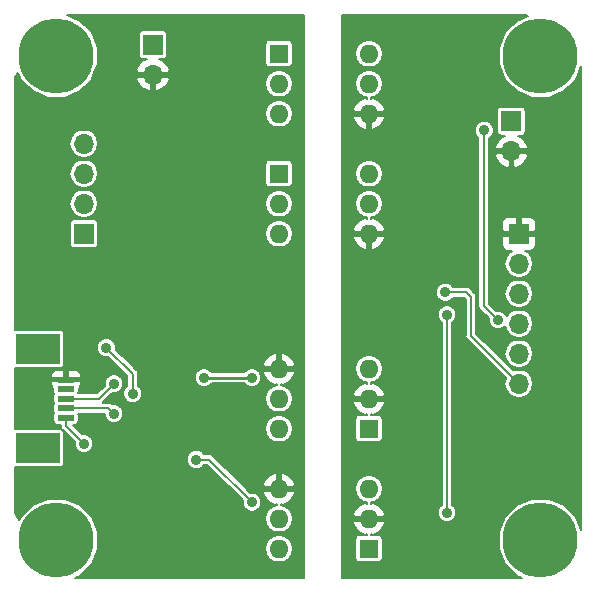
<source format=gbr>
G04 #@! TF.GenerationSoftware,KiCad,Pcbnew,(5.0.2)-1*
G04 #@! TF.CreationDate,2019-07-01T11:40:42-04:00*
G04 #@! TF.ProjectId,OptoUSB,4f70746f-5553-4422-9e6b-696361645f70,rev?*
G04 #@! TF.SameCoordinates,Original*
G04 #@! TF.FileFunction,Copper,L2,Bot*
G04 #@! TF.FilePolarity,Positive*
%FSLAX46Y46*%
G04 Gerber Fmt 4.6, Leading zero omitted, Abs format (unit mm)*
G04 Created by KiCad (PCBNEW (5.0.2)-1) date 7/1/2019 11:40:42 AM*
%MOMM*%
%LPD*%
G01*
G04 APERTURE LIST*
G04 #@! TA.AperFunction,ComponentPad*
%ADD10C,6.350000*%
G04 #@! TD*
G04 #@! TA.AperFunction,ComponentPad*
%ADD11R,1.700000X1.700000*%
G04 #@! TD*
G04 #@! TA.AperFunction,ComponentPad*
%ADD12O,1.700000X1.700000*%
G04 #@! TD*
G04 #@! TA.AperFunction,SMDPad,CuDef*
%ADD13R,1.399540X0.500380*%
G04 #@! TD*
G04 #@! TA.AperFunction,SMDPad,CuDef*
%ADD14R,3.799840X2.499360*%
G04 #@! TD*
G04 #@! TA.AperFunction,ComponentPad*
%ADD15R,1.600000X1.600000*%
G04 #@! TD*
G04 #@! TA.AperFunction,ComponentPad*
%ADD16O,1.600000X1.600000*%
G04 #@! TD*
G04 #@! TA.AperFunction,ViaPad*
%ADD17C,0.889000*%
G04 #@! TD*
G04 #@! TA.AperFunction,Conductor*
%ADD18C,0.203200*%
G04 #@! TD*
G04 #@! TA.AperFunction,Conductor*
%ADD19C,0.254000*%
G04 #@! TD*
G04 APERTURE END LIST*
D10*
G04 #@! TO.P,MTG1,1*
G04 #@! TO.N,Net-(MTG1-Pad1)*
X4000000Y-4000000D03*
G04 #@! TD*
G04 #@! TO.P,MTG2,1*
G04 #@! TO.N,Net-(MTG2-Pad1)*
X4000000Y-45000000D03*
G04 #@! TD*
G04 #@! TO.P,MTG3,1*
G04 #@! TO.N,Net-(MTG3-Pad1)*
X45000000Y-4000000D03*
G04 #@! TD*
G04 #@! TO.P,MTG4,1*
G04 #@! TO.N,Net-(MTG4-Pad1)*
X45000000Y-45000000D03*
G04 #@! TD*
D11*
G04 #@! TO.P,J3,1*
G04 #@! TO.N,GND*
X43180000Y-19050000D03*
D12*
G04 #@! TO.P,J3,2*
G04 #@! TO.N,/FCTS*
X43180000Y-21590000D03*
G04 #@! TO.P,J3,3*
G04 #@! TO.N,VCC*
X43180000Y-24130000D03*
G04 #@! TO.P,J3,4*
G04 #@! TO.N,/FTX*
X43180000Y-26670000D03*
G04 #@! TO.P,J3,5*
G04 #@! TO.N,/FRX*
X43180000Y-29210000D03*
G04 #@! TO.P,J3,6*
G04 #@! TO.N,/FRTS*
X43180000Y-31750000D03*
G04 #@! TD*
D13*
G04 #@! TO.P,J1,3*
G04 #@! TO.N,/DP*
X4831080Y-33020000D03*
G04 #@! TO.P,J1,2*
G04 #@! TO.N,/DM*
X4831080Y-33820100D03*
G04 #@! TO.P,J1,1*
G04 #@! TO.N,/UVCC*
X4831080Y-34620200D03*
G04 #@! TO.P,J1,NC*
G04 #@! TO.N,Net-(J1-PadNC)*
X4831080Y-32219900D03*
G04 #@! TO.P,J1,4*
G04 #@! TO.N,/UGND*
X4831080Y-31419800D03*
D14*
G04 #@! TO.P,J1,G1*
G04 #@! TO.N,Net-(J1-PadG1)*
X2430780Y-37221160D03*
G04 #@! TO.P,J1,G2*
G04 #@! TO.N,Net-(J1-PadG2)*
X2430780Y-28818840D03*
G04 #@! TD*
D11*
G04 #@! TO.P,J2,1*
G04 #@! TO.N,/PUP0*
X6350000Y-19050000D03*
D12*
G04 #@! TO.P,J2,2*
G04 #@! TO.N,/TXLED\002A*
X6350000Y-16510000D03*
G04 #@! TO.P,J2,3*
G04 #@! TO.N,/PUP1*
X6350000Y-13970000D03*
G04 #@! TO.P,J2,4*
G04 #@! TO.N,/RXLED\002A*
X6350000Y-11430000D03*
G04 #@! TD*
D15*
G04 #@! TO.P,U4,1*
G04 #@! TO.N,Net-(R13-Pad1)*
X30480000Y-35560000D03*
D16*
G04 #@! TO.P,U4,4*
G04 #@! TO.N,/UGND*
X22860000Y-30480000D03*
G04 #@! TO.P,U4,2*
G04 #@! TO.N,GND*
X30480000Y-33020000D03*
G04 #@! TO.P,U4,5*
G04 #@! TO.N,/URX*
X22860000Y-33020000D03*
G04 #@! TO.P,U4,3*
G04 #@! TO.N,N/C*
X30480000Y-30480000D03*
G04 #@! TO.P,U4,6*
G04 #@! TO.N,Net-(R6-Pad2)*
X22860000Y-35560000D03*
G04 #@! TD*
D15*
G04 #@! TO.P,U2,1*
G04 #@! TO.N,Net-(R3-Pad2)*
X22860000Y-3810000D03*
D16*
G04 #@! TO.P,U2,4*
G04 #@! TO.N,GND*
X30480000Y-8890000D03*
G04 #@! TO.P,U2,2*
G04 #@! TO.N,Net-(Q1-Pad3)*
X22860000Y-6350000D03*
G04 #@! TO.P,U2,5*
G04 #@! TO.N,/LTX*
X30480000Y-6350000D03*
G04 #@! TO.P,U2,3*
G04 #@! TO.N,N/C*
X22860000Y-8890000D03*
G04 #@! TO.P,U2,6*
G04 #@! TO.N,Net-(R9-Pad2)*
X30480000Y-3810000D03*
G04 #@! TD*
D15*
G04 #@! TO.P,U5,1*
G04 #@! TO.N,Net-(R14-Pad1)*
X30480000Y-45720000D03*
D16*
G04 #@! TO.P,U5,4*
G04 #@! TO.N,/UGND*
X22860000Y-40640000D03*
G04 #@! TO.P,U5,2*
G04 #@! TO.N,GND*
X30480000Y-43180000D03*
G04 #@! TO.P,U5,5*
G04 #@! TO.N,/UCTS*
X22860000Y-43180000D03*
G04 #@! TO.P,U5,3*
G04 #@! TO.N,N/C*
X30480000Y-40640000D03*
G04 #@! TO.P,U5,6*
G04 #@! TO.N,Net-(R8-Pad2)*
X22860000Y-45720000D03*
G04 #@! TD*
D15*
G04 #@! TO.P,U3,1*
G04 #@! TO.N,Net-(R4-Pad2)*
X22860000Y-13970000D03*
D16*
G04 #@! TO.P,U3,4*
G04 #@! TO.N,GND*
X30480000Y-19050000D03*
G04 #@! TO.P,U3,2*
G04 #@! TO.N,Net-(Q2-Pad3)*
X22860000Y-16510000D03*
G04 #@! TO.P,U3,5*
G04 #@! TO.N,/LRTS*
X30480000Y-16510000D03*
G04 #@! TO.P,U3,3*
G04 #@! TO.N,N/C*
X22860000Y-19050000D03*
G04 #@! TO.P,U3,6*
G04 #@! TO.N,Net-(R11-Pad2)*
X30480000Y-13970000D03*
G04 #@! TD*
D11*
G04 #@! TO.P,H1,1*
G04 #@! TO.N,/UVCC*
X12192000Y-3048000D03*
D12*
G04 #@! TO.P,H1,2*
G04 #@! TO.N,/UGND*
X12192000Y-5588000D03*
G04 #@! TD*
D11*
G04 #@! TO.P,H2,1*
G04 #@! TO.N,VCC*
X42545000Y-9525000D03*
D12*
G04 #@! TO.P,H2,2*
G04 #@! TO.N,GND*
X42545000Y-12065000D03*
G04 #@! TD*
D17*
G04 #@! TO.N,/UVCC*
X6350000Y-36830000D03*
G04 #@! TO.N,/UGND*
X18796000Y-21336000D03*
X18796000Y-11176000D03*
X17843500Y-36893500D03*
X14033500Y-40640000D03*
X17653000Y-47053500D03*
X11049000Y-28829000D03*
X2540000Y-31750000D03*
X11938000Y-37084000D03*
G04 #@! TO.N,/DM*
X8890000Y-34290000D03*
G04 #@! TO.N,/DP*
X8890000Y-31750000D03*
G04 #@! TO.N,/RXLED\002A*
X10477500Y-32575500D03*
X8255000Y-28702000D03*
G04 #@! TO.N,/URX*
X16510000Y-31242000D03*
X20574000Y-31242000D03*
G04 #@! TO.N,/LTX*
X41402000Y-26352500D03*
X40259000Y-10287000D03*
G04 #@! TO.N,/LCTS*
X37084000Y-42672000D03*
X37084000Y-25908000D03*
G04 #@! TO.N,/UCTS*
X20574000Y-41783000D03*
X15875000Y-38163500D03*
G04 #@! TO.N,GND*
X32500000Y-28000000D03*
X32500000Y-25500000D03*
X39116000Y-20574000D03*
X34290000Y-31496000D03*
X37846000Y-2286000D03*
X37719000Y-12446000D03*
G04 #@! TO.N,/FRTS*
X36957000Y-24003000D03*
G04 #@! TD*
D18*
G04 #@! TO.N,/UVCC*
X4831080Y-34620200D02*
X4831080Y-35311080D01*
X4831080Y-35311080D02*
X6350000Y-36830000D01*
G04 #@! TO.N,/UGND*
X2870200Y-31419800D02*
X4831080Y-31419800D01*
X2540000Y-31750000D02*
X2870200Y-31419800D01*
G04 #@! TO.N,/DM*
X4831080Y-33820100D02*
X8420100Y-33820100D01*
X8420100Y-33820100D02*
X8890000Y-34290000D01*
G04 #@! TO.N,/DP*
X4831080Y-33020000D02*
X7620000Y-33020000D01*
X7620000Y-33020000D02*
X8890000Y-31750000D01*
G04 #@! TO.N,/RXLED\002A*
X10477500Y-30924500D02*
X10477500Y-32575500D01*
X8255000Y-28702000D02*
X10477500Y-30924500D01*
D19*
G04 #@! TO.N,/URX*
X16510000Y-31242000D02*
X20574000Y-31242000D01*
D18*
G04 #@! TO.N,/LTX*
X41402000Y-26352500D02*
X40195500Y-25146000D01*
X40195500Y-25146000D02*
X40195500Y-10350500D01*
X40195500Y-10350500D02*
X40259000Y-10287000D01*
G04 #@! TO.N,/LCTS*
X37084000Y-25908000D02*
X37084000Y-42672000D01*
G04 #@! TO.N,/UCTS*
X20574000Y-41783000D02*
X16954500Y-38163500D01*
X16954500Y-38163500D02*
X15875000Y-38163500D01*
G04 #@! TO.N,/FRTS*
X36957000Y-24003000D02*
X38735000Y-24003000D01*
X39116000Y-27686000D02*
X43180000Y-31750000D01*
X39116000Y-24384000D02*
X39116000Y-27686000D01*
X38735000Y-24003000D02*
X39116000Y-24384000D01*
G04 #@! TD*
G04 #@! TO.N,/UGND*
G36*
X24984400Y-48168400D02*
X5576710Y-48168400D01*
X5999925Y-47993099D01*
X6993099Y-46999925D01*
X7523260Y-45720000D01*
X21681761Y-45720000D01*
X21771449Y-46170893D01*
X22026859Y-46553141D01*
X22409107Y-46808551D01*
X22746186Y-46875600D01*
X22973814Y-46875600D01*
X23310893Y-46808551D01*
X23693141Y-46553141D01*
X23948551Y-46170893D01*
X24038239Y-45720000D01*
X23948551Y-45269107D01*
X23693141Y-44886859D01*
X23310893Y-44631449D01*
X22973814Y-44564400D01*
X22746186Y-44564400D01*
X22409107Y-44631449D01*
X22026859Y-44886859D01*
X21771449Y-45269107D01*
X21681761Y-45720000D01*
X7523260Y-45720000D01*
X7530600Y-45702280D01*
X7530600Y-44297720D01*
X6993099Y-43000075D01*
X5999925Y-42006901D01*
X4702280Y-41469400D01*
X3297720Y-41469400D01*
X2000075Y-42006901D01*
X1006901Y-43000075D01*
X884227Y-43296237D01*
X546100Y-42732692D01*
X546100Y-38833406D01*
X4330700Y-38833406D01*
X4469448Y-38805807D01*
X4587073Y-38727213D01*
X4665667Y-38609588D01*
X4693266Y-38470840D01*
X4693266Y-38004350D01*
X15074900Y-38004350D01*
X15074900Y-38322650D01*
X15196708Y-38616720D01*
X15421780Y-38841792D01*
X15715850Y-38963600D01*
X16034150Y-38963600D01*
X16328220Y-38841792D01*
X16549312Y-38620700D01*
X16765122Y-38620700D01*
X19773900Y-41629479D01*
X19773900Y-41942150D01*
X19895708Y-42236220D01*
X20120780Y-42461292D01*
X20414850Y-42583100D01*
X20733150Y-42583100D01*
X21027220Y-42461292D01*
X21252292Y-42236220D01*
X21374100Y-41942150D01*
X21374100Y-41623850D01*
X21252292Y-41329780D01*
X21027220Y-41104708D01*
X20797950Y-41009741D01*
X21499756Y-41009741D01*
X21636706Y-41340398D01*
X21997855Y-41755218D01*
X22490257Y-42000256D01*
X22707598Y-41888951D01*
X22707598Y-42032076D01*
X22409107Y-42091449D01*
X22026859Y-42346859D01*
X21771449Y-42729107D01*
X21681761Y-43180000D01*
X21771449Y-43630893D01*
X22026859Y-44013141D01*
X22409107Y-44268551D01*
X22746186Y-44335600D01*
X22973814Y-44335600D01*
X23310893Y-44268551D01*
X23693141Y-44013141D01*
X23948551Y-43630893D01*
X24038239Y-43180000D01*
X23948551Y-42729107D01*
X23693141Y-42346859D01*
X23310893Y-42091449D01*
X23012402Y-42032076D01*
X23012402Y-41888951D01*
X23229743Y-42000256D01*
X23722145Y-41755218D01*
X24083294Y-41340398D01*
X24220244Y-41009741D01*
X24107929Y-40792400D01*
X23012400Y-40792400D01*
X23012400Y-40812400D01*
X22707600Y-40812400D01*
X22707600Y-40792400D01*
X21612071Y-40792400D01*
X21499756Y-41009741D01*
X20797950Y-41009741D01*
X20733150Y-40982900D01*
X20420479Y-40982900D01*
X19707838Y-40270259D01*
X21499756Y-40270259D01*
X21612071Y-40487600D01*
X22707600Y-40487600D01*
X22707600Y-39391050D01*
X23012400Y-39391050D01*
X23012400Y-40487600D01*
X24107929Y-40487600D01*
X24220244Y-40270259D01*
X24083294Y-39939602D01*
X23722145Y-39524782D01*
X23229743Y-39279744D01*
X23012400Y-39391050D01*
X22707600Y-39391050D01*
X22490257Y-39279744D01*
X21997855Y-39524782D01*
X21636706Y-39939602D01*
X21499756Y-40270259D01*
X19707838Y-40270259D01*
X17309632Y-37872054D01*
X17284123Y-37833877D01*
X17132891Y-37732827D01*
X16999530Y-37706300D01*
X16954500Y-37697343D01*
X16909470Y-37706300D01*
X16549312Y-37706300D01*
X16328220Y-37485208D01*
X16034150Y-37363400D01*
X15715850Y-37363400D01*
X15421780Y-37485208D01*
X15196708Y-37710280D01*
X15074900Y-38004350D01*
X4693266Y-38004350D01*
X4693266Y-35971480D01*
X4665667Y-35832732D01*
X4587073Y-35715107D01*
X4469448Y-35636513D01*
X4330700Y-35608914D01*
X546100Y-35608914D01*
X546100Y-31697295D01*
X3521710Y-31697295D01*
X3521710Y-31791247D01*
X3614516Y-32015301D01*
X3768744Y-32169529D01*
X3768744Y-32470090D01*
X3796343Y-32608838D01*
X3803768Y-32619950D01*
X3796343Y-32631062D01*
X3768744Y-32769810D01*
X3768744Y-33270190D01*
X3796343Y-33408938D01*
X3803768Y-33420050D01*
X3796343Y-33431162D01*
X3768744Y-33569910D01*
X3768744Y-34070290D01*
X3796343Y-34209038D01*
X3803768Y-34220150D01*
X3796343Y-34231262D01*
X3768744Y-34370010D01*
X3768744Y-34870390D01*
X3796343Y-35009138D01*
X3874937Y-35126763D01*
X3992562Y-35205357D01*
X4131310Y-35232956D01*
X4373881Y-35232956D01*
X4373881Y-35266046D01*
X4364923Y-35311080D01*
X4400407Y-35489470D01*
X4400408Y-35489471D01*
X4501458Y-35640703D01*
X4539632Y-35666210D01*
X5549900Y-36676479D01*
X5549900Y-36989150D01*
X5671708Y-37283220D01*
X5896780Y-37508292D01*
X6190850Y-37630100D01*
X6509150Y-37630100D01*
X6803220Y-37508292D01*
X7028292Y-37283220D01*
X7150100Y-36989150D01*
X7150100Y-36670850D01*
X7028292Y-36376780D01*
X6803220Y-36151708D01*
X6509150Y-36029900D01*
X6196479Y-36029900D01*
X5726579Y-35560000D01*
X21681761Y-35560000D01*
X21771449Y-36010893D01*
X22026859Y-36393141D01*
X22409107Y-36648551D01*
X22746186Y-36715600D01*
X22973814Y-36715600D01*
X23310893Y-36648551D01*
X23693141Y-36393141D01*
X23948551Y-36010893D01*
X24038239Y-35560000D01*
X23948551Y-35109107D01*
X23693141Y-34726859D01*
X23310893Y-34471449D01*
X22973814Y-34404400D01*
X22746186Y-34404400D01*
X22409107Y-34471449D01*
X22026859Y-34726859D01*
X21771449Y-35109107D01*
X21681761Y-35560000D01*
X5726579Y-35560000D01*
X5399534Y-35232956D01*
X5530850Y-35232956D01*
X5669598Y-35205357D01*
X5787223Y-35126763D01*
X5865817Y-35009138D01*
X5893416Y-34870390D01*
X5893416Y-34370010D01*
X5874975Y-34277300D01*
X8089900Y-34277300D01*
X8089900Y-34449150D01*
X8211708Y-34743220D01*
X8436780Y-34968292D01*
X8730850Y-35090100D01*
X9049150Y-35090100D01*
X9343220Y-34968292D01*
X9568292Y-34743220D01*
X9690100Y-34449150D01*
X9690100Y-34130850D01*
X9568292Y-33836780D01*
X9343220Y-33611708D01*
X9049150Y-33489900D01*
X8748859Y-33489900D01*
X8598491Y-33389427D01*
X8465130Y-33362900D01*
X8420100Y-33353943D01*
X8375070Y-33362900D01*
X7929753Y-33362900D01*
X7949623Y-33349623D01*
X7975132Y-33311446D01*
X8736479Y-32550100D01*
X9049150Y-32550100D01*
X9343220Y-32428292D01*
X9568292Y-32203220D01*
X9690100Y-31909150D01*
X9690100Y-31590850D01*
X9568292Y-31296780D01*
X9343220Y-31071708D01*
X9049150Y-30949900D01*
X8730850Y-30949900D01*
X8436780Y-31071708D01*
X8211708Y-31296780D01*
X8089900Y-31590850D01*
X8089900Y-31903521D01*
X7430622Y-32562800D01*
X5874975Y-32562800D01*
X5893416Y-32470090D01*
X5893416Y-32169529D01*
X6047644Y-32015301D01*
X6140450Y-31791247D01*
X6140450Y-31697295D01*
X5988050Y-31544895D01*
X4983480Y-31544895D01*
X4983480Y-31592200D01*
X4678680Y-31592200D01*
X4678680Y-31544895D01*
X3674110Y-31544895D01*
X3521710Y-31697295D01*
X546100Y-31697295D01*
X546100Y-31048353D01*
X3521710Y-31048353D01*
X3521710Y-31142305D01*
X3674110Y-31294705D01*
X4678680Y-31294705D01*
X4678680Y-30712410D01*
X4983480Y-30712410D01*
X4983480Y-31294705D01*
X5988050Y-31294705D01*
X6140450Y-31142305D01*
X6140450Y-31048353D01*
X6047644Y-30824299D01*
X5876161Y-30652816D01*
X5652107Y-30560010D01*
X5135880Y-30560010D01*
X4983480Y-30712410D01*
X4678680Y-30712410D01*
X4526280Y-30560010D01*
X4010053Y-30560010D01*
X3785999Y-30652816D01*
X3614516Y-30824299D01*
X3521710Y-31048353D01*
X546100Y-31048353D01*
X546100Y-30431086D01*
X4330700Y-30431086D01*
X4469448Y-30403487D01*
X4587073Y-30324893D01*
X4665667Y-30207268D01*
X4693266Y-30068520D01*
X4693266Y-28542850D01*
X7454900Y-28542850D01*
X7454900Y-28861150D01*
X7576708Y-29155220D01*
X7801780Y-29380292D01*
X8095850Y-29502100D01*
X8408522Y-29502100D01*
X10020300Y-31113878D01*
X10020301Y-31901187D01*
X9799208Y-32122280D01*
X9677400Y-32416350D01*
X9677400Y-32734650D01*
X9799208Y-33028720D01*
X10024280Y-33253792D01*
X10318350Y-33375600D01*
X10636650Y-33375600D01*
X10930720Y-33253792D01*
X11155792Y-33028720D01*
X11277600Y-32734650D01*
X11277600Y-32416350D01*
X11155792Y-32122280D01*
X10934700Y-31901188D01*
X10934700Y-31082850D01*
X15709900Y-31082850D01*
X15709900Y-31401150D01*
X15831708Y-31695220D01*
X16056780Y-31920292D01*
X16350850Y-32042100D01*
X16669150Y-32042100D01*
X16963220Y-31920292D01*
X17158912Y-31724600D01*
X19925088Y-31724600D01*
X20120780Y-31920292D01*
X20414850Y-32042100D01*
X20733150Y-32042100D01*
X21027220Y-31920292D01*
X21252292Y-31695220D01*
X21374100Y-31401150D01*
X21374100Y-31082850D01*
X21277543Y-30849741D01*
X21499756Y-30849741D01*
X21636706Y-31180398D01*
X21997855Y-31595218D01*
X22490257Y-31840256D01*
X22707598Y-31728951D01*
X22707598Y-31872076D01*
X22409107Y-31931449D01*
X22026859Y-32186859D01*
X21771449Y-32569107D01*
X21681761Y-33020000D01*
X21771449Y-33470893D01*
X22026859Y-33853141D01*
X22409107Y-34108551D01*
X22746186Y-34175600D01*
X22973814Y-34175600D01*
X23310893Y-34108551D01*
X23693141Y-33853141D01*
X23948551Y-33470893D01*
X24038239Y-33020000D01*
X23948551Y-32569107D01*
X23693141Y-32186859D01*
X23310893Y-31931449D01*
X23012402Y-31872076D01*
X23012402Y-31728951D01*
X23229743Y-31840256D01*
X23722145Y-31595218D01*
X24083294Y-31180398D01*
X24220244Y-30849741D01*
X24107929Y-30632400D01*
X23012400Y-30632400D01*
X23012400Y-30652400D01*
X22707600Y-30652400D01*
X22707600Y-30632400D01*
X21612071Y-30632400D01*
X21499756Y-30849741D01*
X21277543Y-30849741D01*
X21252292Y-30788780D01*
X21027220Y-30563708D01*
X20733150Y-30441900D01*
X20414850Y-30441900D01*
X20120780Y-30563708D01*
X19925088Y-30759400D01*
X17158912Y-30759400D01*
X16963220Y-30563708D01*
X16669150Y-30441900D01*
X16350850Y-30441900D01*
X16056780Y-30563708D01*
X15831708Y-30788780D01*
X15709900Y-31082850D01*
X10934700Y-31082850D01*
X10934700Y-30969530D01*
X10943657Y-30924500D01*
X10908173Y-30746109D01*
X10885656Y-30712410D01*
X10807123Y-30594877D01*
X10768946Y-30569368D01*
X10309837Y-30110259D01*
X21499756Y-30110259D01*
X21612071Y-30327600D01*
X22707600Y-30327600D01*
X22707600Y-29231050D01*
X23012400Y-29231050D01*
X23012400Y-30327600D01*
X24107929Y-30327600D01*
X24220244Y-30110259D01*
X24083294Y-29779602D01*
X23722145Y-29364782D01*
X23229743Y-29119744D01*
X23012400Y-29231050D01*
X22707600Y-29231050D01*
X22490257Y-29119744D01*
X21997855Y-29364782D01*
X21636706Y-29779602D01*
X21499756Y-30110259D01*
X10309837Y-30110259D01*
X9055100Y-28855522D01*
X9055100Y-28542850D01*
X8933292Y-28248780D01*
X8708220Y-28023708D01*
X8414150Y-27901900D01*
X8095850Y-27901900D01*
X7801780Y-28023708D01*
X7576708Y-28248780D01*
X7454900Y-28542850D01*
X4693266Y-28542850D01*
X4693266Y-27569160D01*
X4665667Y-27430412D01*
X4587073Y-27312787D01*
X4469448Y-27234193D01*
X4330700Y-27206594D01*
X546100Y-27206594D01*
X546100Y-18200000D01*
X5137434Y-18200000D01*
X5137434Y-19900000D01*
X5165033Y-20038748D01*
X5243627Y-20156373D01*
X5361252Y-20234967D01*
X5500000Y-20262566D01*
X7200000Y-20262566D01*
X7338748Y-20234967D01*
X7456373Y-20156373D01*
X7534967Y-20038748D01*
X7562566Y-19900000D01*
X7562566Y-19050000D01*
X21681761Y-19050000D01*
X21771449Y-19500893D01*
X22026859Y-19883141D01*
X22409107Y-20138551D01*
X22746186Y-20205600D01*
X22973814Y-20205600D01*
X23310893Y-20138551D01*
X23693141Y-19883141D01*
X23948551Y-19500893D01*
X24038239Y-19050000D01*
X23948551Y-18599107D01*
X23693141Y-18216859D01*
X23310893Y-17961449D01*
X22973814Y-17894400D01*
X22746186Y-17894400D01*
X22409107Y-17961449D01*
X22026859Y-18216859D01*
X21771449Y-18599107D01*
X21681761Y-19050000D01*
X7562566Y-19050000D01*
X7562566Y-18200000D01*
X7534967Y-18061252D01*
X7456373Y-17943627D01*
X7338748Y-17865033D01*
X7200000Y-17837434D01*
X5500000Y-17837434D01*
X5361252Y-17865033D01*
X5243627Y-17943627D01*
X5165033Y-18061252D01*
X5137434Y-18200000D01*
X546100Y-18200000D01*
X546100Y-16510000D01*
X5120781Y-16510000D01*
X5214350Y-16980402D01*
X5480811Y-17379189D01*
X5879598Y-17645650D01*
X6231260Y-17715600D01*
X6468740Y-17715600D01*
X6820402Y-17645650D01*
X7219189Y-17379189D01*
X7485650Y-16980402D01*
X7579219Y-16510000D01*
X21681761Y-16510000D01*
X21771449Y-16960893D01*
X22026859Y-17343141D01*
X22409107Y-17598551D01*
X22746186Y-17665600D01*
X22973814Y-17665600D01*
X23310893Y-17598551D01*
X23693141Y-17343141D01*
X23948551Y-16960893D01*
X24038239Y-16510000D01*
X23948551Y-16059107D01*
X23693141Y-15676859D01*
X23310893Y-15421449D01*
X22973814Y-15354400D01*
X22746186Y-15354400D01*
X22409107Y-15421449D01*
X22026859Y-15676859D01*
X21771449Y-16059107D01*
X21681761Y-16510000D01*
X7579219Y-16510000D01*
X7485650Y-16039598D01*
X7219189Y-15640811D01*
X6820402Y-15374350D01*
X6468740Y-15304400D01*
X6231260Y-15304400D01*
X5879598Y-15374350D01*
X5480811Y-15640811D01*
X5214350Y-16039598D01*
X5120781Y-16510000D01*
X546100Y-16510000D01*
X546100Y-13970000D01*
X5120781Y-13970000D01*
X5214350Y-14440402D01*
X5480811Y-14839189D01*
X5879598Y-15105650D01*
X6231260Y-15175600D01*
X6468740Y-15175600D01*
X6820402Y-15105650D01*
X7219189Y-14839189D01*
X7485650Y-14440402D01*
X7579219Y-13970000D01*
X7485650Y-13499598D01*
X7265420Y-13170000D01*
X21697434Y-13170000D01*
X21697434Y-14770000D01*
X21725033Y-14908748D01*
X21803627Y-15026373D01*
X21921252Y-15104967D01*
X22060000Y-15132566D01*
X23660000Y-15132566D01*
X23798748Y-15104967D01*
X23916373Y-15026373D01*
X23994967Y-14908748D01*
X24022566Y-14770000D01*
X24022566Y-13170000D01*
X23994967Y-13031252D01*
X23916373Y-12913627D01*
X23798748Y-12835033D01*
X23660000Y-12807434D01*
X22060000Y-12807434D01*
X21921252Y-12835033D01*
X21803627Y-12913627D01*
X21725033Y-13031252D01*
X21697434Y-13170000D01*
X7265420Y-13170000D01*
X7219189Y-13100811D01*
X6820402Y-12834350D01*
X6468740Y-12764400D01*
X6231260Y-12764400D01*
X5879598Y-12834350D01*
X5480811Y-13100811D01*
X5214350Y-13499598D01*
X5120781Y-13970000D01*
X546100Y-13970000D01*
X546100Y-11430000D01*
X5120781Y-11430000D01*
X5214350Y-11900402D01*
X5480811Y-12299189D01*
X5879598Y-12565650D01*
X6231260Y-12635600D01*
X6468740Y-12635600D01*
X6820402Y-12565650D01*
X7219189Y-12299189D01*
X7485650Y-11900402D01*
X7579219Y-11430000D01*
X7485650Y-10959598D01*
X7219189Y-10560811D01*
X6820402Y-10294350D01*
X6468740Y-10224400D01*
X6231260Y-10224400D01*
X5879598Y-10294350D01*
X5480811Y-10560811D01*
X5214350Y-10959598D01*
X5120781Y-11430000D01*
X546100Y-11430000D01*
X546100Y-8890000D01*
X21681761Y-8890000D01*
X21771449Y-9340893D01*
X22026859Y-9723141D01*
X22409107Y-9978551D01*
X22746186Y-10045600D01*
X22973814Y-10045600D01*
X23310893Y-9978551D01*
X23693141Y-9723141D01*
X23948551Y-9340893D01*
X24038239Y-8890000D01*
X23948551Y-8439107D01*
X23693141Y-8056859D01*
X23310893Y-7801449D01*
X22973814Y-7734400D01*
X22746186Y-7734400D01*
X22409107Y-7801449D01*
X22026859Y-8056859D01*
X21771449Y-8439107D01*
X21681761Y-8890000D01*
X546100Y-8890000D01*
X546100Y-5765014D01*
X785595Y-5465645D01*
X1006901Y-5999925D01*
X2000075Y-6993099D01*
X3297720Y-7530600D01*
X4702280Y-7530600D01*
X5999925Y-6993099D01*
X6993099Y-5999925D01*
X7007313Y-5965607D01*
X10782090Y-5965607D01*
X10928025Y-6317954D01*
X11303581Y-6746092D01*
X11814391Y-6997921D01*
X12039600Y-6887234D01*
X12039600Y-5740400D01*
X12344400Y-5740400D01*
X12344400Y-6887234D01*
X12569609Y-6997921D01*
X13080419Y-6746092D01*
X13427864Y-6350000D01*
X21681761Y-6350000D01*
X21771449Y-6800893D01*
X22026859Y-7183141D01*
X22409107Y-7438551D01*
X22746186Y-7505600D01*
X22973814Y-7505600D01*
X23310893Y-7438551D01*
X23693141Y-7183141D01*
X23948551Y-6800893D01*
X24038239Y-6350000D01*
X23948551Y-5899107D01*
X23693141Y-5516859D01*
X23310893Y-5261449D01*
X22973814Y-5194400D01*
X22746186Y-5194400D01*
X22409107Y-5261449D01*
X22026859Y-5516859D01*
X21771449Y-5899107D01*
X21681761Y-6350000D01*
X13427864Y-6350000D01*
X13455975Y-6317954D01*
X13601910Y-5965607D01*
X13490286Y-5740400D01*
X12344400Y-5740400D01*
X12039600Y-5740400D01*
X10893714Y-5740400D01*
X10782090Y-5965607D01*
X7007313Y-5965607D01*
X7320132Y-5210393D01*
X10782090Y-5210393D01*
X10893714Y-5435600D01*
X12039600Y-5435600D01*
X12039600Y-5415600D01*
X12344400Y-5415600D01*
X12344400Y-5435600D01*
X13490286Y-5435600D01*
X13601910Y-5210393D01*
X13455975Y-4858046D01*
X13080419Y-4429908D01*
X12736926Y-4260566D01*
X13042000Y-4260566D01*
X13180748Y-4232967D01*
X13298373Y-4154373D01*
X13376967Y-4036748D01*
X13404566Y-3898000D01*
X13404566Y-3010000D01*
X21697434Y-3010000D01*
X21697434Y-4610000D01*
X21725033Y-4748748D01*
X21803627Y-4866373D01*
X21921252Y-4944967D01*
X22060000Y-4972566D01*
X23660000Y-4972566D01*
X23798748Y-4944967D01*
X23916373Y-4866373D01*
X23994967Y-4748748D01*
X24022566Y-4610000D01*
X24022566Y-3010000D01*
X23994967Y-2871252D01*
X23916373Y-2753627D01*
X23798748Y-2675033D01*
X23660000Y-2647434D01*
X22060000Y-2647434D01*
X21921252Y-2675033D01*
X21803627Y-2753627D01*
X21725033Y-2871252D01*
X21697434Y-3010000D01*
X13404566Y-3010000D01*
X13404566Y-2198000D01*
X13376967Y-2059252D01*
X13298373Y-1941627D01*
X13180748Y-1863033D01*
X13042000Y-1835434D01*
X11342000Y-1835434D01*
X11203252Y-1863033D01*
X11085627Y-1941627D01*
X11007033Y-2059252D01*
X10979434Y-2198000D01*
X10979434Y-3898000D01*
X11007033Y-4036748D01*
X11085627Y-4154373D01*
X11203252Y-4232967D01*
X11342000Y-4260566D01*
X11647074Y-4260566D01*
X11303581Y-4429908D01*
X10928025Y-4858046D01*
X10782090Y-5210393D01*
X7320132Y-5210393D01*
X7530600Y-4702280D01*
X7530600Y-3297720D01*
X6993099Y-2000075D01*
X5999925Y-1006901D01*
X4887451Y-546100D01*
X24984400Y-546100D01*
X24984400Y-48168400D01*
X24984400Y-48168400D01*
G37*
X24984400Y-48168400D02*
X5576710Y-48168400D01*
X5999925Y-47993099D01*
X6993099Y-46999925D01*
X7523260Y-45720000D01*
X21681761Y-45720000D01*
X21771449Y-46170893D01*
X22026859Y-46553141D01*
X22409107Y-46808551D01*
X22746186Y-46875600D01*
X22973814Y-46875600D01*
X23310893Y-46808551D01*
X23693141Y-46553141D01*
X23948551Y-46170893D01*
X24038239Y-45720000D01*
X23948551Y-45269107D01*
X23693141Y-44886859D01*
X23310893Y-44631449D01*
X22973814Y-44564400D01*
X22746186Y-44564400D01*
X22409107Y-44631449D01*
X22026859Y-44886859D01*
X21771449Y-45269107D01*
X21681761Y-45720000D01*
X7523260Y-45720000D01*
X7530600Y-45702280D01*
X7530600Y-44297720D01*
X6993099Y-43000075D01*
X5999925Y-42006901D01*
X4702280Y-41469400D01*
X3297720Y-41469400D01*
X2000075Y-42006901D01*
X1006901Y-43000075D01*
X884227Y-43296237D01*
X546100Y-42732692D01*
X546100Y-38833406D01*
X4330700Y-38833406D01*
X4469448Y-38805807D01*
X4587073Y-38727213D01*
X4665667Y-38609588D01*
X4693266Y-38470840D01*
X4693266Y-38004350D01*
X15074900Y-38004350D01*
X15074900Y-38322650D01*
X15196708Y-38616720D01*
X15421780Y-38841792D01*
X15715850Y-38963600D01*
X16034150Y-38963600D01*
X16328220Y-38841792D01*
X16549312Y-38620700D01*
X16765122Y-38620700D01*
X19773900Y-41629479D01*
X19773900Y-41942150D01*
X19895708Y-42236220D01*
X20120780Y-42461292D01*
X20414850Y-42583100D01*
X20733150Y-42583100D01*
X21027220Y-42461292D01*
X21252292Y-42236220D01*
X21374100Y-41942150D01*
X21374100Y-41623850D01*
X21252292Y-41329780D01*
X21027220Y-41104708D01*
X20797950Y-41009741D01*
X21499756Y-41009741D01*
X21636706Y-41340398D01*
X21997855Y-41755218D01*
X22490257Y-42000256D01*
X22707598Y-41888951D01*
X22707598Y-42032076D01*
X22409107Y-42091449D01*
X22026859Y-42346859D01*
X21771449Y-42729107D01*
X21681761Y-43180000D01*
X21771449Y-43630893D01*
X22026859Y-44013141D01*
X22409107Y-44268551D01*
X22746186Y-44335600D01*
X22973814Y-44335600D01*
X23310893Y-44268551D01*
X23693141Y-44013141D01*
X23948551Y-43630893D01*
X24038239Y-43180000D01*
X23948551Y-42729107D01*
X23693141Y-42346859D01*
X23310893Y-42091449D01*
X23012402Y-42032076D01*
X23012402Y-41888951D01*
X23229743Y-42000256D01*
X23722145Y-41755218D01*
X24083294Y-41340398D01*
X24220244Y-41009741D01*
X24107929Y-40792400D01*
X23012400Y-40792400D01*
X23012400Y-40812400D01*
X22707600Y-40812400D01*
X22707600Y-40792400D01*
X21612071Y-40792400D01*
X21499756Y-41009741D01*
X20797950Y-41009741D01*
X20733150Y-40982900D01*
X20420479Y-40982900D01*
X19707838Y-40270259D01*
X21499756Y-40270259D01*
X21612071Y-40487600D01*
X22707600Y-40487600D01*
X22707600Y-39391050D01*
X23012400Y-39391050D01*
X23012400Y-40487600D01*
X24107929Y-40487600D01*
X24220244Y-40270259D01*
X24083294Y-39939602D01*
X23722145Y-39524782D01*
X23229743Y-39279744D01*
X23012400Y-39391050D01*
X22707600Y-39391050D01*
X22490257Y-39279744D01*
X21997855Y-39524782D01*
X21636706Y-39939602D01*
X21499756Y-40270259D01*
X19707838Y-40270259D01*
X17309632Y-37872054D01*
X17284123Y-37833877D01*
X17132891Y-37732827D01*
X16999530Y-37706300D01*
X16954500Y-37697343D01*
X16909470Y-37706300D01*
X16549312Y-37706300D01*
X16328220Y-37485208D01*
X16034150Y-37363400D01*
X15715850Y-37363400D01*
X15421780Y-37485208D01*
X15196708Y-37710280D01*
X15074900Y-38004350D01*
X4693266Y-38004350D01*
X4693266Y-35971480D01*
X4665667Y-35832732D01*
X4587073Y-35715107D01*
X4469448Y-35636513D01*
X4330700Y-35608914D01*
X546100Y-35608914D01*
X546100Y-31697295D01*
X3521710Y-31697295D01*
X3521710Y-31791247D01*
X3614516Y-32015301D01*
X3768744Y-32169529D01*
X3768744Y-32470090D01*
X3796343Y-32608838D01*
X3803768Y-32619950D01*
X3796343Y-32631062D01*
X3768744Y-32769810D01*
X3768744Y-33270190D01*
X3796343Y-33408938D01*
X3803768Y-33420050D01*
X3796343Y-33431162D01*
X3768744Y-33569910D01*
X3768744Y-34070290D01*
X3796343Y-34209038D01*
X3803768Y-34220150D01*
X3796343Y-34231262D01*
X3768744Y-34370010D01*
X3768744Y-34870390D01*
X3796343Y-35009138D01*
X3874937Y-35126763D01*
X3992562Y-35205357D01*
X4131310Y-35232956D01*
X4373881Y-35232956D01*
X4373881Y-35266046D01*
X4364923Y-35311080D01*
X4400407Y-35489470D01*
X4400408Y-35489471D01*
X4501458Y-35640703D01*
X4539632Y-35666210D01*
X5549900Y-36676479D01*
X5549900Y-36989150D01*
X5671708Y-37283220D01*
X5896780Y-37508292D01*
X6190850Y-37630100D01*
X6509150Y-37630100D01*
X6803220Y-37508292D01*
X7028292Y-37283220D01*
X7150100Y-36989150D01*
X7150100Y-36670850D01*
X7028292Y-36376780D01*
X6803220Y-36151708D01*
X6509150Y-36029900D01*
X6196479Y-36029900D01*
X5726579Y-35560000D01*
X21681761Y-35560000D01*
X21771449Y-36010893D01*
X22026859Y-36393141D01*
X22409107Y-36648551D01*
X22746186Y-36715600D01*
X22973814Y-36715600D01*
X23310893Y-36648551D01*
X23693141Y-36393141D01*
X23948551Y-36010893D01*
X24038239Y-35560000D01*
X23948551Y-35109107D01*
X23693141Y-34726859D01*
X23310893Y-34471449D01*
X22973814Y-34404400D01*
X22746186Y-34404400D01*
X22409107Y-34471449D01*
X22026859Y-34726859D01*
X21771449Y-35109107D01*
X21681761Y-35560000D01*
X5726579Y-35560000D01*
X5399534Y-35232956D01*
X5530850Y-35232956D01*
X5669598Y-35205357D01*
X5787223Y-35126763D01*
X5865817Y-35009138D01*
X5893416Y-34870390D01*
X5893416Y-34370010D01*
X5874975Y-34277300D01*
X8089900Y-34277300D01*
X8089900Y-34449150D01*
X8211708Y-34743220D01*
X8436780Y-34968292D01*
X8730850Y-35090100D01*
X9049150Y-35090100D01*
X9343220Y-34968292D01*
X9568292Y-34743220D01*
X9690100Y-34449150D01*
X9690100Y-34130850D01*
X9568292Y-33836780D01*
X9343220Y-33611708D01*
X9049150Y-33489900D01*
X8748859Y-33489900D01*
X8598491Y-33389427D01*
X8465130Y-33362900D01*
X8420100Y-33353943D01*
X8375070Y-33362900D01*
X7929753Y-33362900D01*
X7949623Y-33349623D01*
X7975132Y-33311446D01*
X8736479Y-32550100D01*
X9049150Y-32550100D01*
X9343220Y-32428292D01*
X9568292Y-32203220D01*
X9690100Y-31909150D01*
X9690100Y-31590850D01*
X9568292Y-31296780D01*
X9343220Y-31071708D01*
X9049150Y-30949900D01*
X8730850Y-30949900D01*
X8436780Y-31071708D01*
X8211708Y-31296780D01*
X8089900Y-31590850D01*
X8089900Y-31903521D01*
X7430622Y-32562800D01*
X5874975Y-32562800D01*
X5893416Y-32470090D01*
X5893416Y-32169529D01*
X6047644Y-32015301D01*
X6140450Y-31791247D01*
X6140450Y-31697295D01*
X5988050Y-31544895D01*
X4983480Y-31544895D01*
X4983480Y-31592200D01*
X4678680Y-31592200D01*
X4678680Y-31544895D01*
X3674110Y-31544895D01*
X3521710Y-31697295D01*
X546100Y-31697295D01*
X546100Y-31048353D01*
X3521710Y-31048353D01*
X3521710Y-31142305D01*
X3674110Y-31294705D01*
X4678680Y-31294705D01*
X4678680Y-30712410D01*
X4983480Y-30712410D01*
X4983480Y-31294705D01*
X5988050Y-31294705D01*
X6140450Y-31142305D01*
X6140450Y-31048353D01*
X6047644Y-30824299D01*
X5876161Y-30652816D01*
X5652107Y-30560010D01*
X5135880Y-30560010D01*
X4983480Y-30712410D01*
X4678680Y-30712410D01*
X4526280Y-30560010D01*
X4010053Y-30560010D01*
X3785999Y-30652816D01*
X3614516Y-30824299D01*
X3521710Y-31048353D01*
X546100Y-31048353D01*
X546100Y-30431086D01*
X4330700Y-30431086D01*
X4469448Y-30403487D01*
X4587073Y-30324893D01*
X4665667Y-30207268D01*
X4693266Y-30068520D01*
X4693266Y-28542850D01*
X7454900Y-28542850D01*
X7454900Y-28861150D01*
X7576708Y-29155220D01*
X7801780Y-29380292D01*
X8095850Y-29502100D01*
X8408522Y-29502100D01*
X10020300Y-31113878D01*
X10020301Y-31901187D01*
X9799208Y-32122280D01*
X9677400Y-32416350D01*
X9677400Y-32734650D01*
X9799208Y-33028720D01*
X10024280Y-33253792D01*
X10318350Y-33375600D01*
X10636650Y-33375600D01*
X10930720Y-33253792D01*
X11155792Y-33028720D01*
X11277600Y-32734650D01*
X11277600Y-32416350D01*
X11155792Y-32122280D01*
X10934700Y-31901188D01*
X10934700Y-31082850D01*
X15709900Y-31082850D01*
X15709900Y-31401150D01*
X15831708Y-31695220D01*
X16056780Y-31920292D01*
X16350850Y-32042100D01*
X16669150Y-32042100D01*
X16963220Y-31920292D01*
X17158912Y-31724600D01*
X19925088Y-31724600D01*
X20120780Y-31920292D01*
X20414850Y-32042100D01*
X20733150Y-32042100D01*
X21027220Y-31920292D01*
X21252292Y-31695220D01*
X21374100Y-31401150D01*
X21374100Y-31082850D01*
X21277543Y-30849741D01*
X21499756Y-30849741D01*
X21636706Y-31180398D01*
X21997855Y-31595218D01*
X22490257Y-31840256D01*
X22707598Y-31728951D01*
X22707598Y-31872076D01*
X22409107Y-31931449D01*
X22026859Y-32186859D01*
X21771449Y-32569107D01*
X21681761Y-33020000D01*
X21771449Y-33470893D01*
X22026859Y-33853141D01*
X22409107Y-34108551D01*
X22746186Y-34175600D01*
X22973814Y-34175600D01*
X23310893Y-34108551D01*
X23693141Y-33853141D01*
X23948551Y-33470893D01*
X24038239Y-33020000D01*
X23948551Y-32569107D01*
X23693141Y-32186859D01*
X23310893Y-31931449D01*
X23012402Y-31872076D01*
X23012402Y-31728951D01*
X23229743Y-31840256D01*
X23722145Y-31595218D01*
X24083294Y-31180398D01*
X24220244Y-30849741D01*
X24107929Y-30632400D01*
X23012400Y-30632400D01*
X23012400Y-30652400D01*
X22707600Y-30652400D01*
X22707600Y-30632400D01*
X21612071Y-30632400D01*
X21499756Y-30849741D01*
X21277543Y-30849741D01*
X21252292Y-30788780D01*
X21027220Y-30563708D01*
X20733150Y-30441900D01*
X20414850Y-30441900D01*
X20120780Y-30563708D01*
X19925088Y-30759400D01*
X17158912Y-30759400D01*
X16963220Y-30563708D01*
X16669150Y-30441900D01*
X16350850Y-30441900D01*
X16056780Y-30563708D01*
X15831708Y-30788780D01*
X15709900Y-31082850D01*
X10934700Y-31082850D01*
X10934700Y-30969530D01*
X10943657Y-30924500D01*
X10908173Y-30746109D01*
X10885656Y-30712410D01*
X10807123Y-30594877D01*
X10768946Y-30569368D01*
X10309837Y-30110259D01*
X21499756Y-30110259D01*
X21612071Y-30327600D01*
X22707600Y-30327600D01*
X22707600Y-29231050D01*
X23012400Y-29231050D01*
X23012400Y-30327600D01*
X24107929Y-30327600D01*
X24220244Y-30110259D01*
X24083294Y-29779602D01*
X23722145Y-29364782D01*
X23229743Y-29119744D01*
X23012400Y-29231050D01*
X22707600Y-29231050D01*
X22490257Y-29119744D01*
X21997855Y-29364782D01*
X21636706Y-29779602D01*
X21499756Y-30110259D01*
X10309837Y-30110259D01*
X9055100Y-28855522D01*
X9055100Y-28542850D01*
X8933292Y-28248780D01*
X8708220Y-28023708D01*
X8414150Y-27901900D01*
X8095850Y-27901900D01*
X7801780Y-28023708D01*
X7576708Y-28248780D01*
X7454900Y-28542850D01*
X4693266Y-28542850D01*
X4693266Y-27569160D01*
X4665667Y-27430412D01*
X4587073Y-27312787D01*
X4469448Y-27234193D01*
X4330700Y-27206594D01*
X546100Y-27206594D01*
X546100Y-18200000D01*
X5137434Y-18200000D01*
X5137434Y-19900000D01*
X5165033Y-20038748D01*
X5243627Y-20156373D01*
X5361252Y-20234967D01*
X5500000Y-20262566D01*
X7200000Y-20262566D01*
X7338748Y-20234967D01*
X7456373Y-20156373D01*
X7534967Y-20038748D01*
X7562566Y-19900000D01*
X7562566Y-19050000D01*
X21681761Y-19050000D01*
X21771449Y-19500893D01*
X22026859Y-19883141D01*
X22409107Y-20138551D01*
X22746186Y-20205600D01*
X22973814Y-20205600D01*
X23310893Y-20138551D01*
X23693141Y-19883141D01*
X23948551Y-19500893D01*
X24038239Y-19050000D01*
X23948551Y-18599107D01*
X23693141Y-18216859D01*
X23310893Y-17961449D01*
X22973814Y-17894400D01*
X22746186Y-17894400D01*
X22409107Y-17961449D01*
X22026859Y-18216859D01*
X21771449Y-18599107D01*
X21681761Y-19050000D01*
X7562566Y-19050000D01*
X7562566Y-18200000D01*
X7534967Y-18061252D01*
X7456373Y-17943627D01*
X7338748Y-17865033D01*
X7200000Y-17837434D01*
X5500000Y-17837434D01*
X5361252Y-17865033D01*
X5243627Y-17943627D01*
X5165033Y-18061252D01*
X5137434Y-18200000D01*
X546100Y-18200000D01*
X546100Y-16510000D01*
X5120781Y-16510000D01*
X5214350Y-16980402D01*
X5480811Y-17379189D01*
X5879598Y-17645650D01*
X6231260Y-17715600D01*
X6468740Y-17715600D01*
X6820402Y-17645650D01*
X7219189Y-17379189D01*
X7485650Y-16980402D01*
X7579219Y-16510000D01*
X21681761Y-16510000D01*
X21771449Y-16960893D01*
X22026859Y-17343141D01*
X22409107Y-17598551D01*
X22746186Y-17665600D01*
X22973814Y-17665600D01*
X23310893Y-17598551D01*
X23693141Y-17343141D01*
X23948551Y-16960893D01*
X24038239Y-16510000D01*
X23948551Y-16059107D01*
X23693141Y-15676859D01*
X23310893Y-15421449D01*
X22973814Y-15354400D01*
X22746186Y-15354400D01*
X22409107Y-15421449D01*
X22026859Y-15676859D01*
X21771449Y-16059107D01*
X21681761Y-16510000D01*
X7579219Y-16510000D01*
X7485650Y-16039598D01*
X7219189Y-15640811D01*
X6820402Y-15374350D01*
X6468740Y-15304400D01*
X6231260Y-15304400D01*
X5879598Y-15374350D01*
X5480811Y-15640811D01*
X5214350Y-16039598D01*
X5120781Y-16510000D01*
X546100Y-16510000D01*
X546100Y-13970000D01*
X5120781Y-13970000D01*
X5214350Y-14440402D01*
X5480811Y-14839189D01*
X5879598Y-15105650D01*
X6231260Y-15175600D01*
X6468740Y-15175600D01*
X6820402Y-15105650D01*
X7219189Y-14839189D01*
X7485650Y-14440402D01*
X7579219Y-13970000D01*
X7485650Y-13499598D01*
X7265420Y-13170000D01*
X21697434Y-13170000D01*
X21697434Y-14770000D01*
X21725033Y-14908748D01*
X21803627Y-15026373D01*
X21921252Y-15104967D01*
X22060000Y-15132566D01*
X23660000Y-15132566D01*
X23798748Y-15104967D01*
X23916373Y-15026373D01*
X23994967Y-14908748D01*
X24022566Y-14770000D01*
X24022566Y-13170000D01*
X23994967Y-13031252D01*
X23916373Y-12913627D01*
X23798748Y-12835033D01*
X23660000Y-12807434D01*
X22060000Y-12807434D01*
X21921252Y-12835033D01*
X21803627Y-12913627D01*
X21725033Y-13031252D01*
X21697434Y-13170000D01*
X7265420Y-13170000D01*
X7219189Y-13100811D01*
X6820402Y-12834350D01*
X6468740Y-12764400D01*
X6231260Y-12764400D01*
X5879598Y-12834350D01*
X5480811Y-13100811D01*
X5214350Y-13499598D01*
X5120781Y-13970000D01*
X546100Y-13970000D01*
X546100Y-11430000D01*
X5120781Y-11430000D01*
X5214350Y-11900402D01*
X5480811Y-12299189D01*
X5879598Y-12565650D01*
X6231260Y-12635600D01*
X6468740Y-12635600D01*
X6820402Y-12565650D01*
X7219189Y-12299189D01*
X7485650Y-11900402D01*
X7579219Y-11430000D01*
X7485650Y-10959598D01*
X7219189Y-10560811D01*
X6820402Y-10294350D01*
X6468740Y-10224400D01*
X6231260Y-10224400D01*
X5879598Y-10294350D01*
X5480811Y-10560811D01*
X5214350Y-10959598D01*
X5120781Y-11430000D01*
X546100Y-11430000D01*
X546100Y-8890000D01*
X21681761Y-8890000D01*
X21771449Y-9340893D01*
X22026859Y-9723141D01*
X22409107Y-9978551D01*
X22746186Y-10045600D01*
X22973814Y-10045600D01*
X23310893Y-9978551D01*
X23693141Y-9723141D01*
X23948551Y-9340893D01*
X24038239Y-8890000D01*
X23948551Y-8439107D01*
X23693141Y-8056859D01*
X23310893Y-7801449D01*
X22973814Y-7734400D01*
X22746186Y-7734400D01*
X22409107Y-7801449D01*
X22026859Y-8056859D01*
X21771449Y-8439107D01*
X21681761Y-8890000D01*
X546100Y-8890000D01*
X546100Y-5765014D01*
X785595Y-5465645D01*
X1006901Y-5999925D01*
X2000075Y-6993099D01*
X3297720Y-7530600D01*
X4702280Y-7530600D01*
X5999925Y-6993099D01*
X6993099Y-5999925D01*
X7007313Y-5965607D01*
X10782090Y-5965607D01*
X10928025Y-6317954D01*
X11303581Y-6746092D01*
X11814391Y-6997921D01*
X12039600Y-6887234D01*
X12039600Y-5740400D01*
X12344400Y-5740400D01*
X12344400Y-6887234D01*
X12569609Y-6997921D01*
X13080419Y-6746092D01*
X13427864Y-6350000D01*
X21681761Y-6350000D01*
X21771449Y-6800893D01*
X22026859Y-7183141D01*
X22409107Y-7438551D01*
X22746186Y-7505600D01*
X22973814Y-7505600D01*
X23310893Y-7438551D01*
X23693141Y-7183141D01*
X23948551Y-6800893D01*
X24038239Y-6350000D01*
X23948551Y-5899107D01*
X23693141Y-5516859D01*
X23310893Y-5261449D01*
X22973814Y-5194400D01*
X22746186Y-5194400D01*
X22409107Y-5261449D01*
X22026859Y-5516859D01*
X21771449Y-5899107D01*
X21681761Y-6350000D01*
X13427864Y-6350000D01*
X13455975Y-6317954D01*
X13601910Y-5965607D01*
X13490286Y-5740400D01*
X12344400Y-5740400D01*
X12039600Y-5740400D01*
X10893714Y-5740400D01*
X10782090Y-5965607D01*
X7007313Y-5965607D01*
X7320132Y-5210393D01*
X10782090Y-5210393D01*
X10893714Y-5435600D01*
X12039600Y-5435600D01*
X12039600Y-5415600D01*
X12344400Y-5415600D01*
X12344400Y-5435600D01*
X13490286Y-5435600D01*
X13601910Y-5210393D01*
X13455975Y-4858046D01*
X13080419Y-4429908D01*
X12736926Y-4260566D01*
X13042000Y-4260566D01*
X13180748Y-4232967D01*
X13298373Y-4154373D01*
X13376967Y-4036748D01*
X13404566Y-3898000D01*
X13404566Y-3010000D01*
X21697434Y-3010000D01*
X21697434Y-4610000D01*
X21725033Y-4748748D01*
X21803627Y-4866373D01*
X21921252Y-4944967D01*
X22060000Y-4972566D01*
X23660000Y-4972566D01*
X23798748Y-4944967D01*
X23916373Y-4866373D01*
X23994967Y-4748748D01*
X24022566Y-4610000D01*
X24022566Y-3010000D01*
X23994967Y-2871252D01*
X23916373Y-2753627D01*
X23798748Y-2675033D01*
X23660000Y-2647434D01*
X22060000Y-2647434D01*
X21921252Y-2675033D01*
X21803627Y-2753627D01*
X21725033Y-2871252D01*
X21697434Y-3010000D01*
X13404566Y-3010000D01*
X13404566Y-2198000D01*
X13376967Y-2059252D01*
X13298373Y-1941627D01*
X13180748Y-1863033D01*
X13042000Y-1835434D01*
X11342000Y-1835434D01*
X11203252Y-1863033D01*
X11085627Y-1941627D01*
X11007033Y-2059252D01*
X10979434Y-2198000D01*
X10979434Y-3898000D01*
X11007033Y-4036748D01*
X11085627Y-4154373D01*
X11203252Y-4232967D01*
X11342000Y-4260566D01*
X11647074Y-4260566D01*
X11303581Y-4429908D01*
X10928025Y-4858046D01*
X10782090Y-5210393D01*
X7320132Y-5210393D01*
X7530600Y-4702280D01*
X7530600Y-3297720D01*
X6993099Y-2000075D01*
X5999925Y-1006901D01*
X4887451Y-546100D01*
X24984400Y-546100D01*
X24984400Y-48168400D01*
G04 #@! TO.N,GND*
G36*
X43937128Y-618762D02*
X43000075Y-1006901D01*
X42006901Y-2000075D01*
X41469400Y-3297720D01*
X41469400Y-4702280D01*
X42006901Y-5999925D01*
X43000075Y-6993099D01*
X44297720Y-7530600D01*
X45702280Y-7530600D01*
X46999925Y-6993099D01*
X47993099Y-5999925D01*
X48453901Y-4887448D01*
X48453900Y-44112549D01*
X47993099Y-43000075D01*
X46999925Y-42006901D01*
X45702280Y-41469400D01*
X44297720Y-41469400D01*
X43000075Y-42006901D01*
X42006901Y-43000075D01*
X41469400Y-44297720D01*
X41469400Y-45702280D01*
X42006901Y-46999925D01*
X43000075Y-47993099D01*
X43423290Y-48168400D01*
X28235600Y-48168400D01*
X28235600Y-43549741D01*
X29119756Y-43549741D01*
X29256706Y-43880398D01*
X29617855Y-44295218D01*
X30110257Y-44540256D01*
X30327598Y-44428951D01*
X30327598Y-44557434D01*
X29680000Y-44557434D01*
X29541252Y-44585033D01*
X29423627Y-44663627D01*
X29345033Y-44781252D01*
X29317434Y-44920000D01*
X29317434Y-46520000D01*
X29345033Y-46658748D01*
X29423627Y-46776373D01*
X29541252Y-46854967D01*
X29680000Y-46882566D01*
X31280000Y-46882566D01*
X31418748Y-46854967D01*
X31536373Y-46776373D01*
X31614967Y-46658748D01*
X31642566Y-46520000D01*
X31642566Y-44920000D01*
X31614967Y-44781252D01*
X31536373Y-44663627D01*
X31418748Y-44585033D01*
X31280000Y-44557434D01*
X30632402Y-44557434D01*
X30632402Y-44428951D01*
X30849743Y-44540256D01*
X31342145Y-44295218D01*
X31703294Y-43880398D01*
X31840244Y-43549741D01*
X31727929Y-43332400D01*
X30632400Y-43332400D01*
X30632400Y-43352400D01*
X30327600Y-43352400D01*
X30327600Y-43332400D01*
X29232071Y-43332400D01*
X29119756Y-43549741D01*
X28235600Y-43549741D01*
X28235600Y-42810259D01*
X29119756Y-42810259D01*
X29232071Y-43027600D01*
X30327600Y-43027600D01*
X30327600Y-43007600D01*
X30632400Y-43007600D01*
X30632400Y-43027600D01*
X31727929Y-43027600D01*
X31840244Y-42810259D01*
X31703294Y-42479602D01*
X31342145Y-42064782D01*
X30849743Y-41819744D01*
X30632402Y-41931049D01*
X30632402Y-41787924D01*
X30930893Y-41728551D01*
X31313141Y-41473141D01*
X31568551Y-41090893D01*
X31658239Y-40640000D01*
X31568551Y-40189107D01*
X31313141Y-39806859D01*
X30930893Y-39551449D01*
X30593814Y-39484400D01*
X30366186Y-39484400D01*
X30029107Y-39551449D01*
X29646859Y-39806859D01*
X29391449Y-40189107D01*
X29301761Y-40640000D01*
X29391449Y-41090893D01*
X29646859Y-41473141D01*
X30029107Y-41728551D01*
X30327598Y-41787924D01*
X30327598Y-41931049D01*
X30110257Y-41819744D01*
X29617855Y-42064782D01*
X29256706Y-42479602D01*
X29119756Y-42810259D01*
X28235600Y-42810259D01*
X28235600Y-33389741D01*
X29119756Y-33389741D01*
X29256706Y-33720398D01*
X29617855Y-34135218D01*
X30110257Y-34380256D01*
X30327598Y-34268951D01*
X30327598Y-34397434D01*
X29680000Y-34397434D01*
X29541252Y-34425033D01*
X29423627Y-34503627D01*
X29345033Y-34621252D01*
X29317434Y-34760000D01*
X29317434Y-36360000D01*
X29345033Y-36498748D01*
X29423627Y-36616373D01*
X29541252Y-36694967D01*
X29680000Y-36722566D01*
X31280000Y-36722566D01*
X31418748Y-36694967D01*
X31536373Y-36616373D01*
X31614967Y-36498748D01*
X31642566Y-36360000D01*
X31642566Y-34760000D01*
X31614967Y-34621252D01*
X31536373Y-34503627D01*
X31418748Y-34425033D01*
X31280000Y-34397434D01*
X30632402Y-34397434D01*
X30632402Y-34268951D01*
X30849743Y-34380256D01*
X31342145Y-34135218D01*
X31703294Y-33720398D01*
X31840244Y-33389741D01*
X31727929Y-33172400D01*
X30632400Y-33172400D01*
X30632400Y-33192400D01*
X30327600Y-33192400D01*
X30327600Y-33172400D01*
X29232071Y-33172400D01*
X29119756Y-33389741D01*
X28235600Y-33389741D01*
X28235600Y-32650259D01*
X29119756Y-32650259D01*
X29232071Y-32867600D01*
X30327600Y-32867600D01*
X30327600Y-32847600D01*
X30632400Y-32847600D01*
X30632400Y-32867600D01*
X31727929Y-32867600D01*
X31840244Y-32650259D01*
X31703294Y-32319602D01*
X31342145Y-31904782D01*
X30849743Y-31659744D01*
X30632402Y-31771049D01*
X30632402Y-31627924D01*
X30930893Y-31568551D01*
X31313141Y-31313141D01*
X31568551Y-30930893D01*
X31658239Y-30480000D01*
X31568551Y-30029107D01*
X31313141Y-29646859D01*
X30930893Y-29391449D01*
X30593814Y-29324400D01*
X30366186Y-29324400D01*
X30029107Y-29391449D01*
X29646859Y-29646859D01*
X29391449Y-30029107D01*
X29301761Y-30480000D01*
X29391449Y-30930893D01*
X29646859Y-31313141D01*
X30029107Y-31568551D01*
X30327598Y-31627924D01*
X30327598Y-31771049D01*
X30110257Y-31659744D01*
X29617855Y-31904782D01*
X29256706Y-32319602D01*
X29119756Y-32650259D01*
X28235600Y-32650259D01*
X28235600Y-25748850D01*
X36283900Y-25748850D01*
X36283900Y-26067150D01*
X36405708Y-26361220D01*
X36626800Y-26582312D01*
X36626801Y-41997687D01*
X36405708Y-42218780D01*
X36283900Y-42512850D01*
X36283900Y-42831150D01*
X36405708Y-43125220D01*
X36630780Y-43350292D01*
X36924850Y-43472100D01*
X37243150Y-43472100D01*
X37537220Y-43350292D01*
X37762292Y-43125220D01*
X37884100Y-42831150D01*
X37884100Y-42512850D01*
X37762292Y-42218780D01*
X37541200Y-41997688D01*
X37541200Y-26582312D01*
X37762292Y-26361220D01*
X37884100Y-26067150D01*
X37884100Y-25748850D01*
X37762292Y-25454780D01*
X37537220Y-25229708D01*
X37243150Y-25107900D01*
X36924850Y-25107900D01*
X36630780Y-25229708D01*
X36405708Y-25454780D01*
X36283900Y-25748850D01*
X28235600Y-25748850D01*
X28235600Y-23843850D01*
X36156900Y-23843850D01*
X36156900Y-24162150D01*
X36278708Y-24456220D01*
X36503780Y-24681292D01*
X36797850Y-24803100D01*
X37116150Y-24803100D01*
X37410220Y-24681292D01*
X37631312Y-24460200D01*
X38545622Y-24460200D01*
X38658800Y-24573378D01*
X38658801Y-27640965D01*
X38649843Y-27686000D01*
X38685327Y-27864390D01*
X38760870Y-27977448D01*
X38786378Y-28015623D01*
X38824552Y-28041130D01*
X42051828Y-31268407D01*
X42044350Y-31279598D01*
X41950781Y-31750000D01*
X42044350Y-32220402D01*
X42310811Y-32619189D01*
X42709598Y-32885650D01*
X43061260Y-32955600D01*
X43298740Y-32955600D01*
X43650402Y-32885650D01*
X44049189Y-32619189D01*
X44315650Y-32220402D01*
X44409219Y-31750000D01*
X44315650Y-31279598D01*
X44049189Y-30880811D01*
X43650402Y-30614350D01*
X43298740Y-30544400D01*
X43061260Y-30544400D01*
X42709598Y-30614350D01*
X42698407Y-30621828D01*
X41286579Y-29210000D01*
X41950781Y-29210000D01*
X42044350Y-29680402D01*
X42310811Y-30079189D01*
X42709598Y-30345650D01*
X43061260Y-30415600D01*
X43298740Y-30415600D01*
X43650402Y-30345650D01*
X44049189Y-30079189D01*
X44315650Y-29680402D01*
X44409219Y-29210000D01*
X44315650Y-28739598D01*
X44049189Y-28340811D01*
X43650402Y-28074350D01*
X43298740Y-28004400D01*
X43061260Y-28004400D01*
X42709598Y-28074350D01*
X42310811Y-28340811D01*
X42044350Y-28739598D01*
X41950781Y-29210000D01*
X41286579Y-29210000D01*
X39573200Y-27496622D01*
X39573200Y-24429029D01*
X39582157Y-24383999D01*
X39546673Y-24205609D01*
X39530490Y-24181390D01*
X39445623Y-24054377D01*
X39407446Y-24028868D01*
X39090132Y-23711554D01*
X39064623Y-23673377D01*
X38913391Y-23572327D01*
X38780030Y-23545800D01*
X38735000Y-23536843D01*
X38689970Y-23545800D01*
X37631312Y-23545800D01*
X37410220Y-23324708D01*
X37116150Y-23202900D01*
X36797850Y-23202900D01*
X36503780Y-23324708D01*
X36278708Y-23549780D01*
X36156900Y-23843850D01*
X28235600Y-23843850D01*
X28235600Y-19419741D01*
X29119756Y-19419741D01*
X29256706Y-19750398D01*
X29617855Y-20165218D01*
X30110257Y-20410256D01*
X30327600Y-20298950D01*
X30327600Y-19202400D01*
X30632400Y-19202400D01*
X30632400Y-20298950D01*
X30849743Y-20410256D01*
X31342145Y-20165218D01*
X31703294Y-19750398D01*
X31840244Y-19419741D01*
X31727929Y-19202400D01*
X30632400Y-19202400D01*
X30327600Y-19202400D01*
X29232071Y-19202400D01*
X29119756Y-19419741D01*
X28235600Y-19419741D01*
X28235600Y-18680259D01*
X29119756Y-18680259D01*
X29232071Y-18897600D01*
X30327600Y-18897600D01*
X30327600Y-18877600D01*
X30632400Y-18877600D01*
X30632400Y-18897600D01*
X31727929Y-18897600D01*
X31840244Y-18680259D01*
X31703294Y-18349602D01*
X31342145Y-17934782D01*
X30849743Y-17689744D01*
X30632402Y-17801049D01*
X30632402Y-17657924D01*
X30930893Y-17598551D01*
X31313141Y-17343141D01*
X31568551Y-16960893D01*
X31658239Y-16510000D01*
X31568551Y-16059107D01*
X31313141Y-15676859D01*
X30930893Y-15421449D01*
X30593814Y-15354400D01*
X30366186Y-15354400D01*
X30029107Y-15421449D01*
X29646859Y-15676859D01*
X29391449Y-16059107D01*
X29301761Y-16510000D01*
X29391449Y-16960893D01*
X29646859Y-17343141D01*
X30029107Y-17598551D01*
X30327598Y-17657924D01*
X30327598Y-17801049D01*
X30110257Y-17689744D01*
X29617855Y-17934782D01*
X29256706Y-18349602D01*
X29119756Y-18680259D01*
X28235600Y-18680259D01*
X28235600Y-13970000D01*
X29301761Y-13970000D01*
X29391449Y-14420893D01*
X29646859Y-14803141D01*
X30029107Y-15058551D01*
X30366186Y-15125600D01*
X30593814Y-15125600D01*
X30930893Y-15058551D01*
X31313141Y-14803141D01*
X31568551Y-14420893D01*
X31658239Y-13970000D01*
X31568551Y-13519107D01*
X31313141Y-13136859D01*
X30930893Y-12881449D01*
X30593814Y-12814400D01*
X30366186Y-12814400D01*
X30029107Y-12881449D01*
X29646859Y-13136859D01*
X29391449Y-13519107D01*
X29301761Y-13970000D01*
X28235600Y-13970000D01*
X28235600Y-9259741D01*
X29119756Y-9259741D01*
X29256706Y-9590398D01*
X29617855Y-10005218D01*
X30110257Y-10250256D01*
X30327600Y-10138950D01*
X30327600Y-9042400D01*
X30632400Y-9042400D01*
X30632400Y-10138950D01*
X30849743Y-10250256D01*
X31095716Y-10127850D01*
X39458900Y-10127850D01*
X39458900Y-10446150D01*
X39580708Y-10740220D01*
X39738301Y-10897813D01*
X39738300Y-25100970D01*
X39729343Y-25146000D01*
X39738300Y-25191029D01*
X39764827Y-25324390D01*
X39865877Y-25475623D01*
X39904054Y-25501132D01*
X40601900Y-26198978D01*
X40601900Y-26511650D01*
X40723708Y-26805720D01*
X40948780Y-27030792D01*
X41242850Y-27152600D01*
X41561150Y-27152600D01*
X41855220Y-27030792D01*
X41994786Y-26891226D01*
X42044350Y-27140402D01*
X42310811Y-27539189D01*
X42709598Y-27805650D01*
X43061260Y-27875600D01*
X43298740Y-27875600D01*
X43650402Y-27805650D01*
X44049189Y-27539189D01*
X44315650Y-27140402D01*
X44409219Y-26670000D01*
X44315650Y-26199598D01*
X44049189Y-25800811D01*
X43650402Y-25534350D01*
X43298740Y-25464400D01*
X43061260Y-25464400D01*
X42709598Y-25534350D01*
X42310811Y-25800811D01*
X42143329Y-26051465D01*
X42080292Y-25899280D01*
X41855220Y-25674208D01*
X41561150Y-25552400D01*
X41248478Y-25552400D01*
X40652700Y-24956622D01*
X40652700Y-24130000D01*
X41950781Y-24130000D01*
X42044350Y-24600402D01*
X42310811Y-24999189D01*
X42709598Y-25265650D01*
X43061260Y-25335600D01*
X43298740Y-25335600D01*
X43650402Y-25265650D01*
X44049189Y-24999189D01*
X44315650Y-24600402D01*
X44409219Y-24130000D01*
X44315650Y-23659598D01*
X44049189Y-23260811D01*
X43650402Y-22994350D01*
X43298740Y-22924400D01*
X43061260Y-22924400D01*
X42709598Y-22994350D01*
X42310811Y-23260811D01*
X42044350Y-23659598D01*
X41950781Y-24130000D01*
X40652700Y-24130000D01*
X40652700Y-19354800D01*
X41720400Y-19354800D01*
X41720400Y-20021257D01*
X41813206Y-20245311D01*
X41984689Y-20416794D01*
X42208743Y-20509600D01*
X42626911Y-20509600D01*
X42310811Y-20720811D01*
X42044350Y-21119598D01*
X41950781Y-21590000D01*
X42044350Y-22060402D01*
X42310811Y-22459189D01*
X42709598Y-22725650D01*
X43061260Y-22795600D01*
X43298740Y-22795600D01*
X43650402Y-22725650D01*
X44049189Y-22459189D01*
X44315650Y-22060402D01*
X44409219Y-21590000D01*
X44315650Y-21119598D01*
X44049189Y-20720811D01*
X43733089Y-20509600D01*
X44151257Y-20509600D01*
X44375311Y-20416794D01*
X44546794Y-20245311D01*
X44639600Y-20021257D01*
X44639600Y-19354800D01*
X44487200Y-19202400D01*
X43332400Y-19202400D01*
X43332400Y-19222400D01*
X43027600Y-19222400D01*
X43027600Y-19202400D01*
X41872800Y-19202400D01*
X41720400Y-19354800D01*
X40652700Y-19354800D01*
X40652700Y-18078743D01*
X41720400Y-18078743D01*
X41720400Y-18745200D01*
X41872800Y-18897600D01*
X43027600Y-18897600D01*
X43027600Y-17742800D01*
X43332400Y-17742800D01*
X43332400Y-18897600D01*
X44487200Y-18897600D01*
X44639600Y-18745200D01*
X44639600Y-18078743D01*
X44546794Y-17854689D01*
X44375311Y-17683206D01*
X44151257Y-17590400D01*
X43484800Y-17590400D01*
X43332400Y-17742800D01*
X43027600Y-17742800D01*
X42875200Y-17590400D01*
X42208743Y-17590400D01*
X41984689Y-17683206D01*
X41813206Y-17854689D01*
X41720400Y-18078743D01*
X40652700Y-18078743D01*
X40652700Y-12442607D01*
X41135090Y-12442607D01*
X41281025Y-12794954D01*
X41656581Y-13223092D01*
X42167391Y-13474921D01*
X42392600Y-13364234D01*
X42392600Y-12217400D01*
X42697400Y-12217400D01*
X42697400Y-13364234D01*
X42922609Y-13474921D01*
X43433419Y-13223092D01*
X43808975Y-12794954D01*
X43954910Y-12442607D01*
X43843286Y-12217400D01*
X42697400Y-12217400D01*
X42392600Y-12217400D01*
X41246714Y-12217400D01*
X41135090Y-12442607D01*
X40652700Y-12442607D01*
X40652700Y-11687393D01*
X41135090Y-11687393D01*
X41246714Y-11912600D01*
X42392600Y-11912600D01*
X42392600Y-11892600D01*
X42697400Y-11892600D01*
X42697400Y-11912600D01*
X43843286Y-11912600D01*
X43954910Y-11687393D01*
X43808975Y-11335046D01*
X43433419Y-10906908D01*
X43089926Y-10737566D01*
X43395000Y-10737566D01*
X43533748Y-10709967D01*
X43651373Y-10631373D01*
X43729967Y-10513748D01*
X43757566Y-10375000D01*
X43757566Y-8675000D01*
X43729967Y-8536252D01*
X43651373Y-8418627D01*
X43533748Y-8340033D01*
X43395000Y-8312434D01*
X41695000Y-8312434D01*
X41556252Y-8340033D01*
X41438627Y-8418627D01*
X41360033Y-8536252D01*
X41332434Y-8675000D01*
X41332434Y-10375000D01*
X41360033Y-10513748D01*
X41438627Y-10631373D01*
X41556252Y-10709967D01*
X41695000Y-10737566D01*
X42000074Y-10737566D01*
X41656581Y-10906908D01*
X41281025Y-11335046D01*
X41135090Y-11687393D01*
X40652700Y-11687393D01*
X40652700Y-10989946D01*
X40712220Y-10965292D01*
X40937292Y-10740220D01*
X41059100Y-10446150D01*
X41059100Y-10127850D01*
X40937292Y-9833780D01*
X40712220Y-9608708D01*
X40418150Y-9486900D01*
X40099850Y-9486900D01*
X39805780Y-9608708D01*
X39580708Y-9833780D01*
X39458900Y-10127850D01*
X31095716Y-10127850D01*
X31342145Y-10005218D01*
X31703294Y-9590398D01*
X31840244Y-9259741D01*
X31727929Y-9042400D01*
X30632400Y-9042400D01*
X30327600Y-9042400D01*
X29232071Y-9042400D01*
X29119756Y-9259741D01*
X28235600Y-9259741D01*
X28235600Y-8520259D01*
X29119756Y-8520259D01*
X29232071Y-8737600D01*
X30327600Y-8737600D01*
X30327600Y-8717600D01*
X30632400Y-8717600D01*
X30632400Y-8737600D01*
X31727929Y-8737600D01*
X31840244Y-8520259D01*
X31703294Y-8189602D01*
X31342145Y-7774782D01*
X30849743Y-7529744D01*
X30632402Y-7641049D01*
X30632402Y-7497924D01*
X30930893Y-7438551D01*
X31313141Y-7183141D01*
X31568551Y-6800893D01*
X31658239Y-6350000D01*
X31568551Y-5899107D01*
X31313141Y-5516859D01*
X30930893Y-5261449D01*
X30593814Y-5194400D01*
X30366186Y-5194400D01*
X30029107Y-5261449D01*
X29646859Y-5516859D01*
X29391449Y-5899107D01*
X29301761Y-6350000D01*
X29391449Y-6800893D01*
X29646859Y-7183141D01*
X30029107Y-7438551D01*
X30327598Y-7497924D01*
X30327598Y-7641049D01*
X30110257Y-7529744D01*
X29617855Y-7774782D01*
X29256706Y-8189602D01*
X29119756Y-8520259D01*
X28235600Y-8520259D01*
X28235600Y-3810000D01*
X29301761Y-3810000D01*
X29391449Y-4260893D01*
X29646859Y-4643141D01*
X30029107Y-4898551D01*
X30366186Y-4965600D01*
X30593814Y-4965600D01*
X30930893Y-4898551D01*
X31313141Y-4643141D01*
X31568551Y-4260893D01*
X31658239Y-3810000D01*
X31568551Y-3359107D01*
X31313141Y-2976859D01*
X30930893Y-2721449D01*
X30593814Y-2654400D01*
X30366186Y-2654400D01*
X30029107Y-2721449D01*
X29646859Y-2976859D01*
X29391449Y-3359107D01*
X29301761Y-3810000D01*
X28235600Y-3810000D01*
X28235600Y-546100D01*
X43816026Y-546100D01*
X43937128Y-618762D01*
X43937128Y-618762D01*
G37*
X43937128Y-618762D02*
X43000075Y-1006901D01*
X42006901Y-2000075D01*
X41469400Y-3297720D01*
X41469400Y-4702280D01*
X42006901Y-5999925D01*
X43000075Y-6993099D01*
X44297720Y-7530600D01*
X45702280Y-7530600D01*
X46999925Y-6993099D01*
X47993099Y-5999925D01*
X48453901Y-4887448D01*
X48453900Y-44112549D01*
X47993099Y-43000075D01*
X46999925Y-42006901D01*
X45702280Y-41469400D01*
X44297720Y-41469400D01*
X43000075Y-42006901D01*
X42006901Y-43000075D01*
X41469400Y-44297720D01*
X41469400Y-45702280D01*
X42006901Y-46999925D01*
X43000075Y-47993099D01*
X43423290Y-48168400D01*
X28235600Y-48168400D01*
X28235600Y-43549741D01*
X29119756Y-43549741D01*
X29256706Y-43880398D01*
X29617855Y-44295218D01*
X30110257Y-44540256D01*
X30327598Y-44428951D01*
X30327598Y-44557434D01*
X29680000Y-44557434D01*
X29541252Y-44585033D01*
X29423627Y-44663627D01*
X29345033Y-44781252D01*
X29317434Y-44920000D01*
X29317434Y-46520000D01*
X29345033Y-46658748D01*
X29423627Y-46776373D01*
X29541252Y-46854967D01*
X29680000Y-46882566D01*
X31280000Y-46882566D01*
X31418748Y-46854967D01*
X31536373Y-46776373D01*
X31614967Y-46658748D01*
X31642566Y-46520000D01*
X31642566Y-44920000D01*
X31614967Y-44781252D01*
X31536373Y-44663627D01*
X31418748Y-44585033D01*
X31280000Y-44557434D01*
X30632402Y-44557434D01*
X30632402Y-44428951D01*
X30849743Y-44540256D01*
X31342145Y-44295218D01*
X31703294Y-43880398D01*
X31840244Y-43549741D01*
X31727929Y-43332400D01*
X30632400Y-43332400D01*
X30632400Y-43352400D01*
X30327600Y-43352400D01*
X30327600Y-43332400D01*
X29232071Y-43332400D01*
X29119756Y-43549741D01*
X28235600Y-43549741D01*
X28235600Y-42810259D01*
X29119756Y-42810259D01*
X29232071Y-43027600D01*
X30327600Y-43027600D01*
X30327600Y-43007600D01*
X30632400Y-43007600D01*
X30632400Y-43027600D01*
X31727929Y-43027600D01*
X31840244Y-42810259D01*
X31703294Y-42479602D01*
X31342145Y-42064782D01*
X30849743Y-41819744D01*
X30632402Y-41931049D01*
X30632402Y-41787924D01*
X30930893Y-41728551D01*
X31313141Y-41473141D01*
X31568551Y-41090893D01*
X31658239Y-40640000D01*
X31568551Y-40189107D01*
X31313141Y-39806859D01*
X30930893Y-39551449D01*
X30593814Y-39484400D01*
X30366186Y-39484400D01*
X30029107Y-39551449D01*
X29646859Y-39806859D01*
X29391449Y-40189107D01*
X29301761Y-40640000D01*
X29391449Y-41090893D01*
X29646859Y-41473141D01*
X30029107Y-41728551D01*
X30327598Y-41787924D01*
X30327598Y-41931049D01*
X30110257Y-41819744D01*
X29617855Y-42064782D01*
X29256706Y-42479602D01*
X29119756Y-42810259D01*
X28235600Y-42810259D01*
X28235600Y-33389741D01*
X29119756Y-33389741D01*
X29256706Y-33720398D01*
X29617855Y-34135218D01*
X30110257Y-34380256D01*
X30327598Y-34268951D01*
X30327598Y-34397434D01*
X29680000Y-34397434D01*
X29541252Y-34425033D01*
X29423627Y-34503627D01*
X29345033Y-34621252D01*
X29317434Y-34760000D01*
X29317434Y-36360000D01*
X29345033Y-36498748D01*
X29423627Y-36616373D01*
X29541252Y-36694967D01*
X29680000Y-36722566D01*
X31280000Y-36722566D01*
X31418748Y-36694967D01*
X31536373Y-36616373D01*
X31614967Y-36498748D01*
X31642566Y-36360000D01*
X31642566Y-34760000D01*
X31614967Y-34621252D01*
X31536373Y-34503627D01*
X31418748Y-34425033D01*
X31280000Y-34397434D01*
X30632402Y-34397434D01*
X30632402Y-34268951D01*
X30849743Y-34380256D01*
X31342145Y-34135218D01*
X31703294Y-33720398D01*
X31840244Y-33389741D01*
X31727929Y-33172400D01*
X30632400Y-33172400D01*
X30632400Y-33192400D01*
X30327600Y-33192400D01*
X30327600Y-33172400D01*
X29232071Y-33172400D01*
X29119756Y-33389741D01*
X28235600Y-33389741D01*
X28235600Y-32650259D01*
X29119756Y-32650259D01*
X29232071Y-32867600D01*
X30327600Y-32867600D01*
X30327600Y-32847600D01*
X30632400Y-32847600D01*
X30632400Y-32867600D01*
X31727929Y-32867600D01*
X31840244Y-32650259D01*
X31703294Y-32319602D01*
X31342145Y-31904782D01*
X30849743Y-31659744D01*
X30632402Y-31771049D01*
X30632402Y-31627924D01*
X30930893Y-31568551D01*
X31313141Y-31313141D01*
X31568551Y-30930893D01*
X31658239Y-30480000D01*
X31568551Y-30029107D01*
X31313141Y-29646859D01*
X30930893Y-29391449D01*
X30593814Y-29324400D01*
X30366186Y-29324400D01*
X30029107Y-29391449D01*
X29646859Y-29646859D01*
X29391449Y-30029107D01*
X29301761Y-30480000D01*
X29391449Y-30930893D01*
X29646859Y-31313141D01*
X30029107Y-31568551D01*
X30327598Y-31627924D01*
X30327598Y-31771049D01*
X30110257Y-31659744D01*
X29617855Y-31904782D01*
X29256706Y-32319602D01*
X29119756Y-32650259D01*
X28235600Y-32650259D01*
X28235600Y-25748850D01*
X36283900Y-25748850D01*
X36283900Y-26067150D01*
X36405708Y-26361220D01*
X36626800Y-26582312D01*
X36626801Y-41997687D01*
X36405708Y-42218780D01*
X36283900Y-42512850D01*
X36283900Y-42831150D01*
X36405708Y-43125220D01*
X36630780Y-43350292D01*
X36924850Y-43472100D01*
X37243150Y-43472100D01*
X37537220Y-43350292D01*
X37762292Y-43125220D01*
X37884100Y-42831150D01*
X37884100Y-42512850D01*
X37762292Y-42218780D01*
X37541200Y-41997688D01*
X37541200Y-26582312D01*
X37762292Y-26361220D01*
X37884100Y-26067150D01*
X37884100Y-25748850D01*
X37762292Y-25454780D01*
X37537220Y-25229708D01*
X37243150Y-25107900D01*
X36924850Y-25107900D01*
X36630780Y-25229708D01*
X36405708Y-25454780D01*
X36283900Y-25748850D01*
X28235600Y-25748850D01*
X28235600Y-23843850D01*
X36156900Y-23843850D01*
X36156900Y-24162150D01*
X36278708Y-24456220D01*
X36503780Y-24681292D01*
X36797850Y-24803100D01*
X37116150Y-24803100D01*
X37410220Y-24681292D01*
X37631312Y-24460200D01*
X38545622Y-24460200D01*
X38658800Y-24573378D01*
X38658801Y-27640965D01*
X38649843Y-27686000D01*
X38685327Y-27864390D01*
X38760870Y-27977448D01*
X38786378Y-28015623D01*
X38824552Y-28041130D01*
X42051828Y-31268407D01*
X42044350Y-31279598D01*
X41950781Y-31750000D01*
X42044350Y-32220402D01*
X42310811Y-32619189D01*
X42709598Y-32885650D01*
X43061260Y-32955600D01*
X43298740Y-32955600D01*
X43650402Y-32885650D01*
X44049189Y-32619189D01*
X44315650Y-32220402D01*
X44409219Y-31750000D01*
X44315650Y-31279598D01*
X44049189Y-30880811D01*
X43650402Y-30614350D01*
X43298740Y-30544400D01*
X43061260Y-30544400D01*
X42709598Y-30614350D01*
X42698407Y-30621828D01*
X41286579Y-29210000D01*
X41950781Y-29210000D01*
X42044350Y-29680402D01*
X42310811Y-30079189D01*
X42709598Y-30345650D01*
X43061260Y-30415600D01*
X43298740Y-30415600D01*
X43650402Y-30345650D01*
X44049189Y-30079189D01*
X44315650Y-29680402D01*
X44409219Y-29210000D01*
X44315650Y-28739598D01*
X44049189Y-28340811D01*
X43650402Y-28074350D01*
X43298740Y-28004400D01*
X43061260Y-28004400D01*
X42709598Y-28074350D01*
X42310811Y-28340811D01*
X42044350Y-28739598D01*
X41950781Y-29210000D01*
X41286579Y-29210000D01*
X39573200Y-27496622D01*
X39573200Y-24429029D01*
X39582157Y-24383999D01*
X39546673Y-24205609D01*
X39530490Y-24181390D01*
X39445623Y-24054377D01*
X39407446Y-24028868D01*
X39090132Y-23711554D01*
X39064623Y-23673377D01*
X38913391Y-23572327D01*
X38780030Y-23545800D01*
X38735000Y-23536843D01*
X38689970Y-23545800D01*
X37631312Y-23545800D01*
X37410220Y-23324708D01*
X37116150Y-23202900D01*
X36797850Y-23202900D01*
X36503780Y-23324708D01*
X36278708Y-23549780D01*
X36156900Y-23843850D01*
X28235600Y-23843850D01*
X28235600Y-19419741D01*
X29119756Y-19419741D01*
X29256706Y-19750398D01*
X29617855Y-20165218D01*
X30110257Y-20410256D01*
X30327600Y-20298950D01*
X30327600Y-19202400D01*
X30632400Y-19202400D01*
X30632400Y-20298950D01*
X30849743Y-20410256D01*
X31342145Y-20165218D01*
X31703294Y-19750398D01*
X31840244Y-19419741D01*
X31727929Y-19202400D01*
X30632400Y-19202400D01*
X30327600Y-19202400D01*
X29232071Y-19202400D01*
X29119756Y-19419741D01*
X28235600Y-19419741D01*
X28235600Y-18680259D01*
X29119756Y-18680259D01*
X29232071Y-18897600D01*
X30327600Y-18897600D01*
X30327600Y-18877600D01*
X30632400Y-18877600D01*
X30632400Y-18897600D01*
X31727929Y-18897600D01*
X31840244Y-18680259D01*
X31703294Y-18349602D01*
X31342145Y-17934782D01*
X30849743Y-17689744D01*
X30632402Y-17801049D01*
X30632402Y-17657924D01*
X30930893Y-17598551D01*
X31313141Y-17343141D01*
X31568551Y-16960893D01*
X31658239Y-16510000D01*
X31568551Y-16059107D01*
X31313141Y-15676859D01*
X30930893Y-15421449D01*
X30593814Y-15354400D01*
X30366186Y-15354400D01*
X30029107Y-15421449D01*
X29646859Y-15676859D01*
X29391449Y-16059107D01*
X29301761Y-16510000D01*
X29391449Y-16960893D01*
X29646859Y-17343141D01*
X30029107Y-17598551D01*
X30327598Y-17657924D01*
X30327598Y-17801049D01*
X30110257Y-17689744D01*
X29617855Y-17934782D01*
X29256706Y-18349602D01*
X29119756Y-18680259D01*
X28235600Y-18680259D01*
X28235600Y-13970000D01*
X29301761Y-13970000D01*
X29391449Y-14420893D01*
X29646859Y-14803141D01*
X30029107Y-15058551D01*
X30366186Y-15125600D01*
X30593814Y-15125600D01*
X30930893Y-15058551D01*
X31313141Y-14803141D01*
X31568551Y-14420893D01*
X31658239Y-13970000D01*
X31568551Y-13519107D01*
X31313141Y-13136859D01*
X30930893Y-12881449D01*
X30593814Y-12814400D01*
X30366186Y-12814400D01*
X30029107Y-12881449D01*
X29646859Y-13136859D01*
X29391449Y-13519107D01*
X29301761Y-13970000D01*
X28235600Y-13970000D01*
X28235600Y-9259741D01*
X29119756Y-9259741D01*
X29256706Y-9590398D01*
X29617855Y-10005218D01*
X30110257Y-10250256D01*
X30327600Y-10138950D01*
X30327600Y-9042400D01*
X30632400Y-9042400D01*
X30632400Y-10138950D01*
X30849743Y-10250256D01*
X31095716Y-10127850D01*
X39458900Y-10127850D01*
X39458900Y-10446150D01*
X39580708Y-10740220D01*
X39738301Y-10897813D01*
X39738300Y-25100970D01*
X39729343Y-25146000D01*
X39738300Y-25191029D01*
X39764827Y-25324390D01*
X39865877Y-25475623D01*
X39904054Y-25501132D01*
X40601900Y-26198978D01*
X40601900Y-26511650D01*
X40723708Y-26805720D01*
X40948780Y-27030792D01*
X41242850Y-27152600D01*
X41561150Y-27152600D01*
X41855220Y-27030792D01*
X41994786Y-26891226D01*
X42044350Y-27140402D01*
X42310811Y-27539189D01*
X42709598Y-27805650D01*
X43061260Y-27875600D01*
X43298740Y-27875600D01*
X43650402Y-27805650D01*
X44049189Y-27539189D01*
X44315650Y-27140402D01*
X44409219Y-26670000D01*
X44315650Y-26199598D01*
X44049189Y-25800811D01*
X43650402Y-25534350D01*
X43298740Y-25464400D01*
X43061260Y-25464400D01*
X42709598Y-25534350D01*
X42310811Y-25800811D01*
X42143329Y-26051465D01*
X42080292Y-25899280D01*
X41855220Y-25674208D01*
X41561150Y-25552400D01*
X41248478Y-25552400D01*
X40652700Y-24956622D01*
X40652700Y-24130000D01*
X41950781Y-24130000D01*
X42044350Y-24600402D01*
X42310811Y-24999189D01*
X42709598Y-25265650D01*
X43061260Y-25335600D01*
X43298740Y-25335600D01*
X43650402Y-25265650D01*
X44049189Y-24999189D01*
X44315650Y-24600402D01*
X44409219Y-24130000D01*
X44315650Y-23659598D01*
X44049189Y-23260811D01*
X43650402Y-22994350D01*
X43298740Y-22924400D01*
X43061260Y-22924400D01*
X42709598Y-22994350D01*
X42310811Y-23260811D01*
X42044350Y-23659598D01*
X41950781Y-24130000D01*
X40652700Y-24130000D01*
X40652700Y-19354800D01*
X41720400Y-19354800D01*
X41720400Y-20021257D01*
X41813206Y-20245311D01*
X41984689Y-20416794D01*
X42208743Y-20509600D01*
X42626911Y-20509600D01*
X42310811Y-20720811D01*
X42044350Y-21119598D01*
X41950781Y-21590000D01*
X42044350Y-22060402D01*
X42310811Y-22459189D01*
X42709598Y-22725650D01*
X43061260Y-22795600D01*
X43298740Y-22795600D01*
X43650402Y-22725650D01*
X44049189Y-22459189D01*
X44315650Y-22060402D01*
X44409219Y-21590000D01*
X44315650Y-21119598D01*
X44049189Y-20720811D01*
X43733089Y-20509600D01*
X44151257Y-20509600D01*
X44375311Y-20416794D01*
X44546794Y-20245311D01*
X44639600Y-20021257D01*
X44639600Y-19354800D01*
X44487200Y-19202400D01*
X43332400Y-19202400D01*
X43332400Y-19222400D01*
X43027600Y-19222400D01*
X43027600Y-19202400D01*
X41872800Y-19202400D01*
X41720400Y-19354800D01*
X40652700Y-19354800D01*
X40652700Y-18078743D01*
X41720400Y-18078743D01*
X41720400Y-18745200D01*
X41872800Y-18897600D01*
X43027600Y-18897600D01*
X43027600Y-17742800D01*
X43332400Y-17742800D01*
X43332400Y-18897600D01*
X44487200Y-18897600D01*
X44639600Y-18745200D01*
X44639600Y-18078743D01*
X44546794Y-17854689D01*
X44375311Y-17683206D01*
X44151257Y-17590400D01*
X43484800Y-17590400D01*
X43332400Y-17742800D01*
X43027600Y-17742800D01*
X42875200Y-17590400D01*
X42208743Y-17590400D01*
X41984689Y-17683206D01*
X41813206Y-17854689D01*
X41720400Y-18078743D01*
X40652700Y-18078743D01*
X40652700Y-12442607D01*
X41135090Y-12442607D01*
X41281025Y-12794954D01*
X41656581Y-13223092D01*
X42167391Y-13474921D01*
X42392600Y-13364234D01*
X42392600Y-12217400D01*
X42697400Y-12217400D01*
X42697400Y-13364234D01*
X42922609Y-13474921D01*
X43433419Y-13223092D01*
X43808975Y-12794954D01*
X43954910Y-12442607D01*
X43843286Y-12217400D01*
X42697400Y-12217400D01*
X42392600Y-12217400D01*
X41246714Y-12217400D01*
X41135090Y-12442607D01*
X40652700Y-12442607D01*
X40652700Y-11687393D01*
X41135090Y-11687393D01*
X41246714Y-11912600D01*
X42392600Y-11912600D01*
X42392600Y-11892600D01*
X42697400Y-11892600D01*
X42697400Y-11912600D01*
X43843286Y-11912600D01*
X43954910Y-11687393D01*
X43808975Y-11335046D01*
X43433419Y-10906908D01*
X43089926Y-10737566D01*
X43395000Y-10737566D01*
X43533748Y-10709967D01*
X43651373Y-10631373D01*
X43729967Y-10513748D01*
X43757566Y-10375000D01*
X43757566Y-8675000D01*
X43729967Y-8536252D01*
X43651373Y-8418627D01*
X43533748Y-8340033D01*
X43395000Y-8312434D01*
X41695000Y-8312434D01*
X41556252Y-8340033D01*
X41438627Y-8418627D01*
X41360033Y-8536252D01*
X41332434Y-8675000D01*
X41332434Y-10375000D01*
X41360033Y-10513748D01*
X41438627Y-10631373D01*
X41556252Y-10709967D01*
X41695000Y-10737566D01*
X42000074Y-10737566D01*
X41656581Y-10906908D01*
X41281025Y-11335046D01*
X41135090Y-11687393D01*
X40652700Y-11687393D01*
X40652700Y-10989946D01*
X40712220Y-10965292D01*
X40937292Y-10740220D01*
X41059100Y-10446150D01*
X41059100Y-10127850D01*
X40937292Y-9833780D01*
X40712220Y-9608708D01*
X40418150Y-9486900D01*
X40099850Y-9486900D01*
X39805780Y-9608708D01*
X39580708Y-9833780D01*
X39458900Y-10127850D01*
X31095716Y-10127850D01*
X31342145Y-10005218D01*
X31703294Y-9590398D01*
X31840244Y-9259741D01*
X31727929Y-9042400D01*
X30632400Y-9042400D01*
X30327600Y-9042400D01*
X29232071Y-9042400D01*
X29119756Y-9259741D01*
X28235600Y-9259741D01*
X28235600Y-8520259D01*
X29119756Y-8520259D01*
X29232071Y-8737600D01*
X30327600Y-8737600D01*
X30327600Y-8717600D01*
X30632400Y-8717600D01*
X30632400Y-8737600D01*
X31727929Y-8737600D01*
X31840244Y-8520259D01*
X31703294Y-8189602D01*
X31342145Y-7774782D01*
X30849743Y-7529744D01*
X30632402Y-7641049D01*
X30632402Y-7497924D01*
X30930893Y-7438551D01*
X31313141Y-7183141D01*
X31568551Y-6800893D01*
X31658239Y-6350000D01*
X31568551Y-5899107D01*
X31313141Y-5516859D01*
X30930893Y-5261449D01*
X30593814Y-5194400D01*
X30366186Y-5194400D01*
X30029107Y-5261449D01*
X29646859Y-5516859D01*
X29391449Y-5899107D01*
X29301761Y-6350000D01*
X29391449Y-6800893D01*
X29646859Y-7183141D01*
X30029107Y-7438551D01*
X30327598Y-7497924D01*
X30327598Y-7641049D01*
X30110257Y-7529744D01*
X29617855Y-7774782D01*
X29256706Y-8189602D01*
X29119756Y-8520259D01*
X28235600Y-8520259D01*
X28235600Y-3810000D01*
X29301761Y-3810000D01*
X29391449Y-4260893D01*
X29646859Y-4643141D01*
X30029107Y-4898551D01*
X30366186Y-4965600D01*
X30593814Y-4965600D01*
X30930893Y-4898551D01*
X31313141Y-4643141D01*
X31568551Y-4260893D01*
X31658239Y-3810000D01*
X31568551Y-3359107D01*
X31313141Y-2976859D01*
X30930893Y-2721449D01*
X30593814Y-2654400D01*
X30366186Y-2654400D01*
X30029107Y-2721449D01*
X29646859Y-2976859D01*
X29391449Y-3359107D01*
X29301761Y-3810000D01*
X28235600Y-3810000D01*
X28235600Y-546100D01*
X43816026Y-546100D01*
X43937128Y-618762D01*
G04 #@! TD*
M02*

</source>
